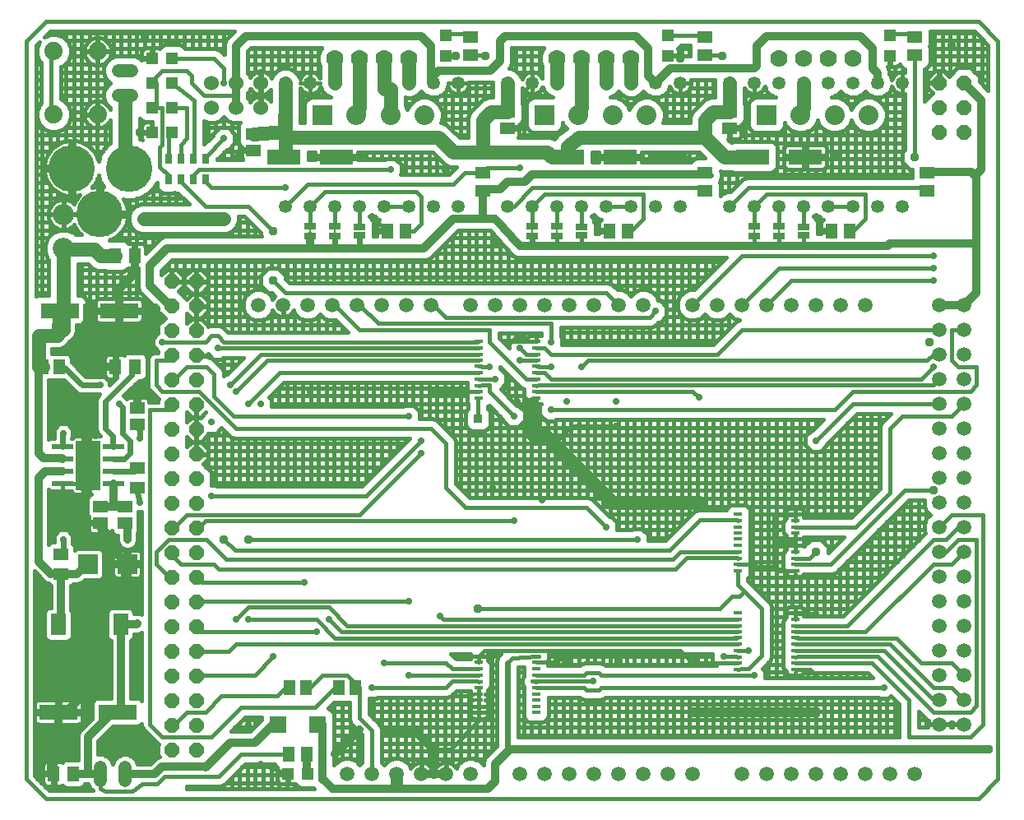
<source format=gtl>
G75*
%MOIN*%
%OFA0B0*%
%FSLAX24Y24*%
%IPPOS*%
%LPD*%
%AMOC8*
5,1,8,0,0,1.08239X$1,22.5*
%
%ADD10C,0.0160*%
%ADD11C,0.0591*%
%ADD12R,0.0472X0.0472*%
%ADD13R,0.0512X0.0591*%
%ADD14C,0.0700*%
%ADD15C,0.0531*%
%ADD16C,0.0600*%
%ADD17R,0.0591X0.0512*%
%ADD18R,0.1378X0.0630*%
%ADD19C,0.1890*%
%ADD20C,0.0540*%
%ADD21R,0.0800X0.0800*%
%ADD22C,0.0800*%
%ADD23C,0.0860*%
%ADD24C,0.0740*%
%ADD25OC8,0.0600*%
%ADD26C,0.0080*%
%ADD27R,0.0500X0.0250*%
%ADD28R,0.0295X0.0433*%
%ADD29R,0.0866X0.0236*%
%ADD30R,0.1000X0.2000*%
%ADD31R,0.0630X0.0512*%
%ADD32R,0.0512X0.0630*%
%ADD33R,0.1575X0.0630*%
%ADD34R,0.0630X0.0866*%
%ADD35R,0.0354X0.0138*%
%ADD36R,0.0787X0.0787*%
%ADD37R,0.0709X0.0669*%
%ADD38OC8,0.0356*%
%ADD39C,0.0560*%
%ADD40OC8,0.0280*%
%ADD41OC8,0.0240*%
%ADD42R,0.0356X0.0356*%
%ADD43C,0.0400*%
%ADD44C,0.0320*%
%ADD45C,0.0240*%
%ADD46C,0.0500*%
D10*
X002786Y002314D02*
X002858Y002314D01*
X002863Y002296D02*
X002886Y002255D01*
X002920Y002221D01*
X002961Y002197D01*
X003007Y002185D01*
X003238Y002185D01*
X003238Y002632D01*
X002850Y002632D01*
X002850Y002341D01*
X002863Y002296D01*
X002944Y002156D02*
X003697Y002156D01*
X003682Y002162D02*
X003770Y002125D01*
X004377Y002125D01*
X004466Y002162D01*
X004533Y002229D01*
X004554Y002280D01*
X004682Y002280D01*
X004748Y002121D01*
X004865Y002003D01*
X004867Y002000D01*
X003100Y002000D01*
X002500Y002600D01*
X002500Y010894D01*
X002947Y010447D01*
X003059Y010401D01*
X003062Y010394D01*
X003129Y010327D01*
X003180Y010306D01*
X003180Y009404D01*
X003117Y009404D01*
X003028Y009368D01*
X002961Y009300D01*
X002924Y009212D01*
X002924Y008250D01*
X002961Y008162D01*
X003028Y008095D01*
X003117Y008058D01*
X003842Y008058D01*
X003930Y008095D01*
X003998Y008162D01*
X004034Y008250D01*
X004034Y009212D01*
X003998Y009300D01*
X003980Y009318D01*
X003980Y010306D01*
X004031Y010327D01*
X004090Y010386D01*
X004202Y010386D01*
X004263Y010381D01*
X004281Y010386D01*
X004300Y010386D01*
X004356Y010410D01*
X004415Y010428D01*
X004429Y010440D01*
X004447Y010447D01*
X004490Y010491D01*
X004557Y010546D01*
X005134Y010546D01*
X005222Y010583D01*
X005290Y010650D01*
X005326Y010739D01*
X005326Y011621D01*
X005290Y011710D01*
X005222Y011777D01*
X005134Y011814D01*
X004251Y011814D01*
X004163Y011777D01*
X004135Y011749D01*
X004135Y011877D01*
X004098Y011966D01*
X004051Y012013D01*
X004060Y012023D01*
X004060Y012337D01*
X003837Y012560D01*
X003523Y012560D01*
X003300Y012337D01*
X003300Y012070D01*
X003217Y012070D01*
X003129Y012033D01*
X003080Y011984D01*
X003080Y014201D01*
X003113Y014168D01*
X003154Y014144D01*
X003200Y014132D01*
X003656Y014132D01*
X003656Y014430D01*
X003656Y014430D01*
X004230Y014430D01*
X004480Y014180D01*
X004680Y014380D01*
X004980Y014380D01*
X004760Y014360D02*
X004600Y014360D01*
X004480Y014380D02*
X004480Y014880D01*
X004480Y014980D01*
X004680Y015180D01*
X004980Y014880D01*
X004480Y015380D01*
X004980Y015880D01*
X004480Y015880D01*
X004480Y016380D01*
X004480Y016880D01*
X004480Y017380D01*
X004480Y017880D01*
X004980Y017880D01*
X004980Y017380D01*
X005020Y017372D02*
X003080Y017372D01*
X003080Y017530D02*
X005020Y017530D01*
X005020Y017689D02*
X003080Y017689D01*
X003080Y017847D02*
X005020Y017847D01*
X005020Y017852D02*
X005020Y016608D01*
X005075Y016476D01*
X005191Y016360D01*
X004760Y016360D01*
X004760Y015260D01*
X004600Y015260D01*
X004600Y016360D01*
X004156Y016360D01*
X004111Y016348D01*
X004069Y016324D01*
X004036Y016291D01*
X004035Y016288D01*
X004026Y016288D01*
X004060Y016323D01*
X004060Y016637D01*
X003837Y016860D01*
X003523Y016860D01*
X003300Y016637D01*
X003300Y016537D01*
X003296Y016528D01*
X003296Y016288D01*
X003176Y016288D01*
X003087Y016252D01*
X003080Y016244D01*
X003080Y018645D01*
X003149Y018645D01*
X003180Y018658D01*
X003211Y018645D01*
X003706Y018645D01*
X004125Y018226D01*
X004226Y018125D01*
X004358Y018070D01*
X005161Y018070D01*
X005075Y017984D01*
X005020Y017852D01*
X005096Y018006D02*
X003080Y018006D01*
X003080Y018164D02*
X004187Y018164D01*
X004028Y018323D02*
X003080Y018323D01*
X003080Y018481D02*
X003870Y018481D01*
X003711Y018640D02*
X003080Y018640D01*
X003515Y019180D02*
X003680Y019180D01*
X004011Y019359D02*
X004011Y019523D01*
X003974Y019611D01*
X003906Y019679D01*
X003818Y019715D01*
X003211Y019715D01*
X003200Y019711D01*
X003200Y019910D01*
X003404Y019910D01*
X003482Y019902D01*
X003507Y019910D01*
X003533Y019910D01*
X003605Y019940D01*
X003680Y019962D01*
X003700Y019979D01*
X003725Y019989D01*
X003780Y020044D01*
X003840Y020093D01*
X003852Y020117D01*
X003871Y020135D01*
X003898Y020200D01*
X003926Y020219D01*
X003975Y020239D01*
X004011Y020276D01*
X004054Y020304D01*
X004083Y020348D01*
X004121Y020385D01*
X004141Y020433D01*
X004169Y020476D01*
X004180Y020528D01*
X004200Y020577D01*
X004200Y020628D01*
X004210Y020678D01*
X004200Y020730D01*
X004200Y020889D01*
X004366Y020889D01*
X004454Y020925D01*
X004521Y020993D01*
X004558Y021081D01*
X004558Y021680D01*
X004965Y021680D01*
X004965Y021521D01*
X005854Y021521D01*
X005854Y021366D01*
X004965Y021366D01*
X004965Y021105D01*
X004977Y021059D01*
X005001Y021018D01*
X005034Y020985D01*
X005075Y020961D01*
X005121Y020949D01*
X005854Y020949D01*
X005854Y021366D01*
X006009Y021366D01*
X006009Y020949D01*
X006743Y020949D01*
X006789Y020961D01*
X006830Y020985D01*
X006863Y021018D01*
X006887Y021059D01*
X006899Y021105D01*
X006899Y021366D01*
X006009Y021366D01*
X006009Y021521D01*
X006899Y021521D01*
X006899Y021680D01*
X007414Y021680D01*
X007526Y021568D01*
X007526Y021413D01*
X007802Y021137D01*
X007526Y020860D01*
X007526Y020535D01*
X007320Y020329D01*
X007320Y020031D01*
X007526Y019825D01*
X007526Y019750D01*
X007366Y019750D01*
X007249Y019701D01*
X007159Y019611D01*
X007110Y019494D01*
X007110Y018366D01*
X007159Y018249D01*
X007249Y018159D01*
X007409Y017999D01*
X007409Y017999D01*
X007499Y017909D01*
X007552Y017887D01*
X007526Y017860D01*
X007526Y017750D01*
X007155Y017750D01*
X007155Y017794D01*
X007143Y017840D01*
X007119Y017881D01*
X007086Y017915D01*
X007045Y017938D01*
X006999Y017951D01*
X006728Y017951D01*
X006728Y017563D01*
X006632Y017563D01*
X006632Y017951D01*
X006361Y017951D01*
X006315Y017938D01*
X006274Y017915D01*
X006241Y017881D01*
X006240Y017879D01*
X006134Y017985D01*
X006134Y017985D01*
X006114Y018005D01*
X006734Y018625D01*
X006877Y018625D01*
X006966Y018662D01*
X007033Y018729D01*
X007070Y018817D01*
X007070Y019543D01*
X007033Y019631D01*
X006966Y019698D01*
X006877Y019735D01*
X006270Y019735D01*
X006182Y019698D01*
X006134Y019650D01*
X006112Y019663D01*
X006066Y019675D01*
X005834Y019675D01*
X005834Y019228D01*
X005738Y019228D01*
X005738Y019132D01*
X005350Y019132D01*
X005350Y018841D01*
X005363Y018796D01*
X005386Y018755D01*
X005420Y018721D01*
X005461Y018697D01*
X005507Y018685D01*
X005738Y018685D01*
X005738Y019132D01*
X005834Y019132D01*
X005834Y018743D01*
X005540Y018449D01*
X005540Y018579D01*
X005485Y018634D01*
X005384Y018735D01*
X005384Y018735D01*
X005329Y018790D01*
X004579Y018790D01*
X004011Y019359D01*
X004011Y019432D02*
X005350Y019432D01*
X005350Y019519D02*
X005350Y019228D01*
X005738Y019228D01*
X005738Y019675D01*
X005507Y019675D01*
X005461Y019663D01*
X005420Y019639D01*
X005386Y019605D01*
X005363Y019564D01*
X005350Y019519D01*
X005378Y019591D02*
X003983Y019591D01*
X004096Y019274D02*
X005350Y019274D01*
X005350Y019115D02*
X004254Y019115D01*
X004413Y018957D02*
X005350Y018957D01*
X005362Y018798D02*
X004571Y018798D01*
X005480Y018640D02*
X005730Y018640D01*
X005738Y018798D02*
X005834Y018798D01*
X005834Y018957D02*
X005738Y018957D01*
X005738Y019115D02*
X005834Y019115D01*
X005834Y019274D02*
X005738Y019274D01*
X005738Y019432D02*
X005834Y019432D01*
X005834Y019591D02*
X005738Y019591D01*
X006430Y019180D02*
X006574Y019180D01*
X007070Y019115D02*
X007110Y019115D01*
X007110Y018957D02*
X007070Y018957D01*
X007062Y018798D02*
X007110Y018798D01*
X007110Y018640D02*
X006912Y018640D01*
X007110Y018481D02*
X006590Y018481D01*
X006432Y018323D02*
X007128Y018323D01*
X007243Y018164D02*
X006273Y018164D01*
X006115Y018006D02*
X007402Y018006D01*
X007526Y017847D02*
X007139Y017847D01*
X007249Y018159D02*
X007249Y018159D01*
X007430Y018430D02*
X007430Y019430D01*
X007930Y019430D01*
X008066Y019637D01*
X007680Y020180D02*
X009430Y020180D01*
X009680Y020430D01*
X009930Y020430D01*
X010180Y020180D01*
X020430Y020180D01*
X020528Y020198D01*
X020528Y019942D02*
X020430Y019930D01*
X009930Y019930D01*
X009638Y019600D02*
X009546Y019600D01*
X009546Y019617D02*
X009086Y019617D01*
X009086Y019657D01*
X009546Y019657D01*
X009546Y019692D01*
X009748Y019490D01*
X010112Y019490D01*
X010152Y019530D01*
X010964Y019530D01*
X010304Y018870D01*
X010248Y018870D01*
X010180Y018802D01*
X010180Y018960D01*
X010394Y018960D01*
X010500Y019066D02*
X010500Y019530D01*
X010180Y019530D02*
X010180Y018802D01*
X010180Y018960D02*
X010119Y019107D01*
X010007Y019219D01*
X009707Y019519D01*
X009560Y019580D01*
X009546Y019580D01*
X009546Y019617D01*
X009540Y019617D02*
X009540Y019657D01*
X009220Y019657D02*
X009220Y019617D01*
X009480Y019180D02*
X008680Y019180D01*
X008180Y018680D01*
X008066Y018637D01*
X007680Y018180D02*
X007430Y018430D01*
X007680Y018180D02*
X009180Y018180D01*
X010680Y016680D01*
X018580Y016680D01*
X019180Y016080D01*
X019180Y014280D01*
X019980Y013480D01*
X024880Y013480D01*
X025680Y012680D01*
X026120Y012580D02*
X026120Y012862D01*
X025862Y013120D01*
X025806Y013120D01*
X025107Y013819D01*
X024960Y013880D01*
X020146Y013880D01*
X019580Y014446D01*
X019580Y016160D01*
X019519Y016307D01*
X019407Y016419D01*
X018807Y017019D01*
X018660Y017080D01*
X018120Y017080D01*
X018120Y017362D01*
X017862Y017620D01*
X017498Y017620D01*
X017458Y017580D01*
X012120Y017580D01*
X012120Y017862D01*
X012024Y017958D01*
X012596Y018530D01*
X020031Y018530D01*
X020031Y018292D01*
X020080Y018174D01*
X020086Y018168D01*
X020080Y018162D01*
X020031Y018045D01*
X020031Y017780D01*
X020080Y017662D01*
X020080Y017489D01*
X020031Y017439D01*
X019982Y017322D01*
X019982Y016838D01*
X020031Y016721D01*
X020121Y016631D01*
X020238Y016582D01*
X020722Y016582D01*
X020839Y016631D01*
X020929Y016721D01*
X020978Y016838D01*
X020978Y017322D01*
X020929Y017439D01*
X020880Y017489D01*
X020880Y017569D01*
X020887Y017572D01*
X020930Y017615D01*
X021490Y017054D01*
X021490Y016998D01*
X021748Y016740D01*
X022112Y016740D01*
X022370Y016998D01*
X022370Y017362D01*
X022112Y017620D01*
X022056Y017620D01*
X021399Y018277D01*
X021620Y018498D01*
X021620Y018862D01*
X021370Y019112D01*
X021370Y019174D01*
X022203Y018341D01*
X022334Y018287D01*
X022334Y018036D01*
X022383Y017918D01*
X022473Y017828D01*
X022474Y017827D01*
X022474Y017820D01*
X022487Y017774D01*
X022510Y017733D01*
X022544Y017699D01*
X022585Y017676D01*
X022631Y017663D01*
X022832Y017663D01*
X023032Y017663D01*
X023044Y017667D01*
X022990Y017612D01*
X022990Y017248D01*
X023248Y016990D01*
X023612Y016990D01*
X023652Y017030D01*
X034464Y017030D01*
X034054Y016620D01*
X033998Y016620D01*
X033740Y016362D01*
X033740Y015998D01*
X033998Y015740D01*
X034362Y015740D01*
X034620Y015998D01*
X034620Y016054D01*
X035846Y017280D01*
X037214Y017280D01*
X036841Y016907D01*
X036780Y016760D01*
X036780Y014246D01*
X035620Y013086D01*
X033684Y013086D01*
X033689Y013105D01*
X033689Y013198D01*
X033689Y013290D01*
X033676Y013336D01*
X033653Y013377D01*
X033619Y013411D01*
X033578Y013434D01*
X033532Y013447D01*
X033332Y013447D01*
X033332Y013198D01*
X033689Y013198D01*
X033332Y013198D01*
X033332Y013198D01*
X033332Y013198D01*
X033314Y013180D01*
X032580Y013180D01*
X032480Y013080D01*
X032480Y012080D01*
X033280Y012080D01*
X033332Y012132D01*
X033332Y012448D01*
X033332Y012192D01*
X033689Y012192D01*
X033689Y012284D01*
X033688Y012286D01*
X035320Y012286D01*
X034678Y011644D01*
X034678Y011886D01*
X034386Y012178D01*
X033974Y012178D01*
X033689Y011893D01*
X033689Y011936D01*
X033689Y012029D01*
X033679Y012064D01*
X033689Y012099D01*
X033689Y012192D01*
X033332Y012192D01*
X033332Y012192D01*
X033332Y011936D01*
X033689Y011936D01*
X033332Y011936D01*
X033332Y011936D01*
X033332Y011680D01*
X033332Y011936D02*
X032974Y011936D01*
X033332Y011936D01*
X033332Y011936D01*
X033220Y011936D02*
X033220Y011936D01*
X032974Y011936D02*
X032974Y011843D01*
X032984Y011808D01*
X032974Y011773D01*
X032974Y011765D01*
X032973Y011764D01*
X032883Y011674D01*
X032834Y011557D01*
X032834Y011036D01*
X032883Y010918D01*
X032973Y010828D01*
X032974Y010827D01*
X032974Y010820D01*
X032987Y010774D01*
X033010Y010733D01*
X033044Y010699D01*
X033085Y010676D01*
X033131Y010663D01*
X033332Y010663D01*
X033532Y010663D01*
X033578Y010676D01*
X033619Y010699D01*
X033653Y010733D01*
X033673Y010768D01*
X034848Y010768D01*
X034995Y010829D01*
X037946Y013780D01*
X038565Y013780D01*
X038565Y013558D01*
X038658Y013331D01*
X038810Y013180D01*
X038658Y013029D01*
X038565Y012802D01*
X038565Y012558D01*
X038617Y012432D01*
X035264Y009080D01*
X033682Y009080D01*
X033689Y009105D01*
X033689Y009198D01*
X033689Y009290D01*
X033676Y009336D01*
X033653Y009377D01*
X033619Y009411D01*
X033578Y009434D01*
X033532Y009447D01*
X033332Y009447D01*
X033332Y009198D01*
X033689Y009198D01*
X033332Y009198D01*
X033332Y009198D01*
X033332Y009198D01*
X033349Y009180D01*
X033349Y008960D01*
X033332Y008942D01*
X033349Y009180D02*
X034180Y009180D01*
X034180Y009080D02*
X034180Y010768D01*
X033860Y010768D02*
X033860Y009080D01*
X033540Y009198D02*
X033540Y009198D01*
X033663Y009360D02*
X035544Y009360D01*
X035460Y009276D02*
X035460Y011294D01*
X035446Y011280D02*
X037464Y011280D01*
X037380Y011196D02*
X037380Y013214D01*
X037366Y013200D02*
X038790Y013200D01*
X038660Y013330D02*
X038660Y013030D01*
X038597Y012880D02*
X037046Y012880D01*
X037060Y012894D02*
X037060Y010876D01*
X037144Y010960D02*
X035126Y010960D01*
X035140Y010974D02*
X035140Y009080D01*
X034820Y009080D02*
X034820Y010768D01*
X034500Y010768D02*
X034500Y009080D01*
X035430Y008680D02*
X038930Y012180D01*
X039430Y012180D01*
X039930Y012680D01*
X040180Y012680D01*
X039680Y013180D02*
X039180Y012680D01*
X038565Y012560D02*
X036726Y012560D01*
X036740Y012574D02*
X036740Y010556D01*
X036824Y010640D02*
X031455Y010640D01*
X031477Y010662D02*
X031526Y010780D01*
X031526Y011045D01*
X031477Y011162D01*
X031471Y011168D01*
X031477Y011174D01*
X031526Y011292D01*
X031526Y013330D01*
X031477Y013448D01*
X031387Y013538D01*
X031269Y013587D01*
X030788Y013587D01*
X030670Y013538D01*
X030580Y013448D01*
X030552Y013380D01*
X029400Y013380D01*
X029253Y013319D01*
X029141Y013207D01*
X028064Y012130D01*
X027370Y012130D01*
X027370Y012362D01*
X027112Y012620D01*
X026748Y012620D01*
X026708Y012580D01*
X026120Y012580D01*
X026180Y012580D02*
X026180Y017030D01*
X026080Y016780D02*
X024580Y016780D01*
X024280Y016780D01*
X023555Y016055D01*
X023620Y016998D02*
X023620Y013880D01*
X023300Y013880D02*
X023300Y016990D01*
X023198Y017040D02*
X022370Y017040D01*
X022340Y016968D02*
X022340Y013880D01*
X022020Y013880D02*
X022020Y016740D01*
X021700Y016788D02*
X021700Y013880D01*
X021380Y013880D02*
X021380Y017164D01*
X021490Y017040D02*
X020978Y017040D01*
X020962Y017360D02*
X021184Y017360D01*
X021060Y017484D02*
X021060Y013880D01*
X020740Y013880D02*
X020740Y016589D01*
X020929Y016720D02*
X034154Y016720D01*
X034180Y016746D02*
X034180Y017030D01*
X033860Y017030D02*
X033860Y016482D01*
X033778Y016400D02*
X019426Y016400D01*
X019460Y016366D02*
X019460Y018530D01*
X019140Y018530D02*
X019140Y016686D01*
X019106Y016720D02*
X020031Y016720D01*
X020100Y016651D02*
X020100Y013926D01*
X020420Y013880D02*
X020420Y016582D01*
X020480Y017080D02*
X020480Y017864D01*
X020528Y017912D01*
X020528Y018168D02*
X018692Y018168D01*
X018680Y018180D01*
X018820Y018530D02*
X018820Y017006D01*
X018756Y017040D02*
X019982Y017040D01*
X019998Y017360D02*
X018120Y017360D01*
X018180Y017080D02*
X018180Y018530D01*
X017860Y018530D02*
X017860Y017620D01*
X017540Y017620D02*
X017540Y018530D01*
X017220Y018530D02*
X017220Y017580D01*
X016900Y017580D02*
X016900Y018530D01*
X016580Y018530D02*
X016580Y017580D01*
X016260Y017580D02*
X016260Y018530D01*
X015940Y018530D02*
X015940Y017580D01*
X015620Y017580D02*
X015620Y018530D01*
X015300Y018530D02*
X015300Y017580D01*
X014980Y017580D02*
X014980Y018530D01*
X014660Y018530D02*
X014660Y017580D01*
X014340Y017580D02*
X014340Y018530D01*
X014020Y018530D02*
X014020Y017580D01*
X013700Y017580D02*
X013700Y018530D01*
X013380Y018530D02*
X013380Y017580D01*
X013060Y017580D02*
X013060Y018530D01*
X012740Y018530D02*
X012740Y017580D01*
X012420Y017580D02*
X012420Y018354D01*
X012386Y018320D02*
X020031Y018320D01*
X020031Y018000D02*
X012066Y018000D01*
X012100Y018034D02*
X012100Y017882D01*
X012120Y017680D02*
X020073Y017680D01*
X020080Y017662D02*
X020080Y017662D01*
X020528Y018424D02*
X020680Y018430D01*
X020930Y018430D01*
X020930Y018180D01*
X021930Y017180D01*
X022340Y017392D02*
X022340Y018022D01*
X022349Y018000D02*
X021676Y018000D01*
X021700Y017976D02*
X021700Y018844D01*
X021584Y018960D02*
X021522Y018960D01*
X021380Y019102D02*
X021380Y019164D01*
X020930Y019180D02*
X020680Y019180D01*
X020528Y019192D01*
X020528Y019448D02*
X020430Y019430D01*
X011930Y019430D01*
X010680Y018180D01*
X010430Y018430D02*
X011680Y019680D01*
X020430Y019680D01*
X020528Y019686D01*
X020930Y020180D02*
X020930Y020680D01*
X015680Y020680D01*
X014680Y021680D01*
X014580Y021680D01*
X014080Y021310D02*
X014231Y021158D01*
X014458Y021065D01*
X014702Y021065D01*
X014722Y021073D01*
X015214Y020580D01*
X010346Y020580D01*
X010269Y020657D01*
X010157Y020769D01*
X010010Y020830D01*
X009600Y020830D01*
X009546Y020807D01*
X009546Y020836D01*
X009265Y021117D01*
X009086Y021117D01*
X009086Y020657D01*
X009046Y020657D01*
X009046Y021117D01*
X008867Y021117D01*
X008680Y020930D01*
X008680Y021344D01*
X008867Y021157D01*
X009046Y021157D01*
X009046Y021617D01*
X009086Y021617D01*
X009086Y021657D01*
X009046Y021657D01*
X009046Y022117D01*
X008867Y022117D01*
X008665Y021915D01*
X008344Y022236D01*
X008546Y022438D01*
X008546Y022617D01*
X008086Y022617D01*
X008086Y022657D01*
X008046Y022657D01*
X008046Y023117D01*
X007867Y023117D01*
X007660Y022910D01*
X007660Y023081D01*
X008079Y023500D01*
X018375Y023500D01*
X018552Y023573D01*
X018687Y023708D01*
X019679Y024700D01*
X020968Y024700D01*
X021769Y023819D01*
X021773Y023808D01*
X021833Y023749D01*
X021889Y023686D01*
X021900Y023681D01*
X021908Y023673D01*
X021986Y023641D01*
X022062Y023605D01*
X022074Y023605D01*
X022085Y023600D01*
X022169Y023600D01*
X022253Y023596D01*
X022264Y023600D01*
X030534Y023600D01*
X029230Y022295D01*
X029058Y022295D01*
X028831Y022202D01*
X028658Y022029D01*
X028565Y021802D01*
X028565Y021558D01*
X028658Y021331D01*
X028831Y021158D01*
X029058Y021065D01*
X029302Y021065D01*
X029529Y021158D01*
X029680Y021310D01*
X029831Y021158D01*
X030058Y021065D01*
X030302Y021065D01*
X030529Y021158D01*
X030680Y021310D01*
X030831Y021158D01*
X031058Y021065D01*
X031064Y021065D01*
X030953Y021019D01*
X030014Y020080D01*
X023870Y020080D01*
X023870Y020362D01*
X023830Y020402D01*
X023830Y020780D01*
X027510Y020780D01*
X027657Y020841D01*
X027769Y020953D01*
X027806Y020990D01*
X027862Y020990D01*
X028120Y021248D01*
X028120Y021612D01*
X027862Y021870D01*
X027767Y021870D01*
X027702Y022029D01*
X027529Y022202D01*
X027302Y022295D01*
X027058Y022295D01*
X026831Y022202D01*
X026680Y022050D01*
X026529Y022202D01*
X026302Y022295D01*
X026130Y022295D01*
X025907Y022519D01*
X025760Y022580D01*
X012846Y022580D01*
X012678Y022748D01*
X012678Y022886D01*
X012386Y023178D01*
X011974Y023178D01*
X011682Y022886D01*
X011682Y022474D01*
X011974Y022182D01*
X012112Y022182D01*
X012261Y022033D01*
X012217Y021990D01*
X012174Y021929D01*
X012157Y021896D01*
X012102Y022029D01*
X011929Y022202D01*
X011702Y022295D01*
X011458Y022295D01*
X011231Y022202D01*
X011058Y022029D01*
X010965Y021802D01*
X010965Y021558D01*
X011058Y021331D01*
X011231Y021158D01*
X011458Y021065D01*
X011702Y021065D01*
X011929Y021158D01*
X012102Y021331D01*
X012157Y021464D01*
X012174Y021431D01*
X012217Y021370D01*
X012270Y021317D01*
X012331Y021274D01*
X012398Y021240D01*
X012469Y021216D01*
X012543Y021205D01*
X012562Y021205D01*
X012562Y021662D01*
X012598Y021662D01*
X012598Y021205D01*
X012617Y021205D01*
X012691Y021216D01*
X012762Y021240D01*
X012829Y021274D01*
X012890Y021317D01*
X012943Y021370D01*
X012986Y021431D01*
X013003Y021464D01*
X013058Y021331D01*
X013231Y021158D01*
X013458Y021065D01*
X013702Y021065D01*
X013929Y021158D01*
X014080Y021310D01*
X014020Y021250D02*
X014020Y020580D01*
X014340Y020580D02*
X014340Y021113D01*
X014190Y021200D02*
X013970Y021200D01*
X013700Y021065D02*
X013700Y020580D01*
X013380Y020580D02*
X013380Y021097D01*
X013190Y021200D02*
X011970Y021200D01*
X012100Y021330D02*
X012100Y020580D01*
X011780Y020580D02*
X011780Y021097D01*
X011460Y021065D02*
X011460Y020580D01*
X011140Y020580D02*
X011140Y021250D01*
X011190Y021200D02*
X009308Y021200D01*
X009265Y021157D02*
X009546Y021438D01*
X009546Y021617D01*
X009086Y021617D01*
X009086Y021157D01*
X009265Y021157D01*
X009220Y021157D02*
X009220Y021117D01*
X009086Y021200D02*
X009046Y021200D01*
X008900Y021157D02*
X008900Y021117D01*
X008824Y021200D02*
X008680Y021200D01*
X009046Y020880D02*
X009086Y020880D01*
X009501Y020880D02*
X014914Y020880D01*
X014980Y020814D02*
X014980Y020580D01*
X014660Y020580D02*
X014660Y021065D01*
X015580Y021680D02*
X015680Y021680D01*
X016430Y020930D01*
X023430Y020930D01*
X023430Y020180D01*
X023180Y019930D02*
X023430Y019680D01*
X030180Y019680D01*
X031180Y020680D01*
X039180Y020680D01*
X039680Y020680D02*
X040180Y020680D01*
X039680Y020680D02*
X039680Y019430D01*
X039930Y019180D01*
X040680Y019180D01*
X040680Y018430D01*
X040430Y018180D01*
X035680Y018180D01*
X034930Y017430D01*
X023430Y017430D01*
X022990Y017360D02*
X022370Y017360D01*
X022577Y017680D02*
X021996Y017680D01*
X022020Y017656D02*
X022020Y018524D01*
X021904Y018640D02*
X021620Y018640D01*
X021442Y018320D02*
X022254Y018320D01*
X022430Y018680D02*
X020930Y020180D01*
X021330Y020346D02*
X021330Y020530D01*
X023030Y020530D01*
X023030Y020447D01*
X022832Y020447D01*
X022832Y020345D01*
X022832Y020345D01*
X022832Y020447D01*
X022631Y020447D01*
X022585Y020434D01*
X022544Y020411D01*
X022510Y020377D01*
X022487Y020336D01*
X022474Y020290D01*
X022474Y020283D01*
X022473Y020282D01*
X022462Y020271D01*
X022362Y020370D01*
X021998Y020370D01*
X021740Y020112D01*
X021740Y019936D01*
X021330Y020346D01*
X021380Y020296D02*
X021380Y020530D01*
X021436Y020240D02*
X021868Y020240D01*
X021698Y020198D02*
X021680Y020180D01*
X021698Y020198D02*
X022832Y020198D01*
X022832Y019942D02*
X022930Y019930D01*
X023180Y019930D01*
X022832Y019686D02*
X022680Y019680D01*
X022430Y019680D01*
X022180Y019930D01*
X022020Y020370D02*
X022020Y020530D01*
X021700Y020530D02*
X021700Y019976D01*
X022340Y020370D02*
X022340Y020530D01*
X022660Y020530D02*
X022660Y020447D01*
X022980Y020447D02*
X022980Y020530D01*
X023830Y020560D02*
X030494Y020560D01*
X030340Y020406D02*
X030340Y021080D01*
X030570Y021200D02*
X030790Y021200D01*
X030660Y021290D02*
X030660Y020726D01*
X030814Y020880D02*
X027696Y020880D01*
X027780Y020964D02*
X027780Y020080D01*
X027460Y020080D02*
X027460Y020780D01*
X027140Y020780D02*
X027140Y020080D01*
X026820Y020080D02*
X026820Y020780D01*
X026500Y020780D02*
X026500Y020080D01*
X026180Y020080D02*
X026180Y020780D01*
X025860Y020780D02*
X025860Y020080D01*
X025540Y020080D02*
X025540Y020780D01*
X025220Y020780D02*
X025220Y020080D01*
X024900Y020080D02*
X024900Y020780D01*
X024580Y020780D02*
X024580Y020080D01*
X024260Y020080D02*
X024260Y020780D01*
X023940Y020780D02*
X023940Y020080D01*
X023870Y020240D02*
X030174Y020240D01*
X030020Y020086D02*
X030020Y021080D01*
X029790Y021200D02*
X029570Y021200D01*
X029700Y021290D02*
X029700Y020080D01*
X029380Y020080D02*
X029380Y021097D01*
X029060Y021065D02*
X029060Y020080D01*
X028740Y020080D02*
X028740Y021250D01*
X028790Y021200D02*
X028072Y021200D01*
X028100Y021228D02*
X028100Y020080D01*
X028420Y020080D02*
X028420Y023600D01*
X028740Y023600D02*
X028740Y022110D01*
X028790Y022160D02*
X027570Y022160D01*
X027460Y022230D02*
X027460Y023600D01*
X027140Y023600D02*
X027140Y022295D01*
X026820Y022190D02*
X026820Y023600D01*
X026500Y023600D02*
X026500Y022213D01*
X026570Y022160D02*
X026790Y022160D01*
X026180Y022295D02*
X026180Y023600D01*
X025860Y023600D02*
X025860Y022538D01*
X025946Y022480D02*
X029414Y022480D01*
X029380Y022446D02*
X029380Y023600D01*
X029060Y023600D02*
X029060Y022295D01*
X029180Y021680D02*
X031180Y023680D01*
X038930Y023680D01*
X038930Y023180D02*
X032680Y023180D01*
X031180Y021680D01*
X030980Y021097D02*
X030980Y021030D01*
X032180Y021680D02*
X033180Y022680D01*
X038930Y022680D01*
X036180Y025180D02*
X036180Y026180D01*
X032180Y026180D01*
X031680Y025680D01*
X031680Y024880D01*
X031680Y024480D02*
X031680Y024080D01*
X032680Y024080D02*
X032680Y024480D01*
X032680Y024880D02*
X032680Y025680D01*
X033680Y025680D02*
X033680Y024857D01*
X033680Y024503D02*
X033680Y024080D01*
X034250Y024560D02*
X034250Y024669D01*
X034250Y025046D01*
X034201Y025163D01*
X034111Y025253D01*
X034090Y025262D01*
X034177Y025348D01*
X034180Y025356D01*
X034180Y025185D01*
X034250Y025040D02*
X034381Y025040D01*
X034382Y025045D02*
X034370Y024999D01*
X034370Y024728D01*
X034758Y024728D01*
X034758Y024632D01*
X034370Y024632D01*
X034370Y024560D01*
X034250Y024560D01*
X034250Y024720D02*
X034758Y024720D01*
X034500Y024728D02*
X034500Y024632D01*
X034382Y025045D02*
X034406Y025086D01*
X034440Y025119D01*
X034466Y025135D01*
X034348Y025183D01*
X034183Y025348D01*
X034180Y025356D01*
X034680Y025680D02*
X035680Y025680D01*
X036180Y025180D02*
X035680Y024680D01*
X035554Y024680D01*
X035460Y026830D02*
X035460Y028886D01*
X035454Y028880D02*
X035796Y028880D01*
X035780Y028896D02*
X035780Y026830D01*
X036100Y026830D02*
X036100Y028689D01*
X036171Y028660D02*
X036457Y028660D01*
X036722Y028770D01*
X036924Y028972D01*
X037034Y029237D01*
X037034Y029523D01*
X036924Y029788D01*
X036722Y029990D01*
X036457Y030100D01*
X036171Y030100D01*
X035906Y029990D01*
X035703Y029788D01*
X035625Y029598D01*
X035546Y029788D01*
X035344Y029990D01*
X035079Y030100D01*
X034810Y030100D01*
X035012Y030183D01*
X035177Y030348D01*
X035180Y030356D01*
X035183Y030348D01*
X035348Y030183D01*
X035563Y030094D01*
X035797Y030094D01*
X036012Y030183D01*
X036177Y030348D01*
X036180Y030356D01*
X036183Y030348D01*
X036348Y030183D01*
X036563Y030094D01*
X036797Y030094D01*
X037012Y030183D01*
X037177Y030348D01*
X037256Y030541D01*
X037267Y030509D01*
X037299Y030446D01*
X037340Y030390D01*
X037390Y030340D01*
X037446Y030299D01*
X037509Y030267D01*
X037576Y030245D01*
X037645Y030234D01*
X037671Y030234D01*
X037671Y030671D01*
X037689Y030671D01*
X037689Y030234D01*
X037715Y030234D01*
X037780Y030245D01*
X037780Y027984D01*
X037682Y027886D01*
X037682Y027474D01*
X037974Y027182D01*
X038065Y027182D01*
X038065Y026830D01*
X031350Y026830D01*
X031203Y026769D01*
X030700Y026266D01*
X030563Y026266D01*
X030348Y026177D01*
X030295Y026124D01*
X030295Y026626D01*
X030273Y026680D01*
X030295Y026734D01*
X030295Y026767D01*
X030330Y026850D01*
X030330Y027010D01*
X030295Y027093D01*
X030295Y027107D01*
X030361Y027080D01*
X030780Y027080D01*
X030864Y027045D01*
X032370Y027045D01*
X032487Y027094D01*
X032577Y027184D01*
X032626Y027301D01*
X032626Y028059D01*
X032577Y028176D01*
X032487Y028266D01*
X032370Y028315D01*
X030864Y028315D01*
X030780Y028280D01*
X030729Y028280D01*
X030599Y028409D01*
X030632Y028409D01*
X030632Y028797D01*
X030728Y028797D01*
X030728Y028409D01*
X030999Y028409D01*
X031045Y028422D01*
X031086Y028445D01*
X031119Y028479D01*
X031143Y028520D01*
X031155Y028566D01*
X031155Y028797D01*
X030728Y028797D01*
X030728Y028893D01*
X031155Y028893D01*
X031155Y028987D01*
X031157Y028987D01*
X031247Y029077D01*
X031295Y029195D01*
X031295Y029834D01*
X031280Y029871D01*
X031280Y030483D01*
X031299Y030446D01*
X031340Y030390D01*
X031390Y030340D01*
X031446Y030299D01*
X031509Y030267D01*
X031576Y030245D01*
X031645Y030234D01*
X031671Y030234D01*
X031671Y030671D01*
X031689Y030671D01*
X031689Y030234D01*
X031715Y030234D01*
X031784Y030245D01*
X031851Y030267D01*
X031914Y030299D01*
X031970Y030340D01*
X032020Y030390D01*
X032061Y030446D01*
X032093Y030509D01*
X032104Y030541D01*
X032183Y030348D01*
X032348Y030183D01*
X032550Y030100D01*
X031716Y030100D01*
X031599Y030051D01*
X031509Y029961D01*
X031460Y029844D01*
X031460Y028916D01*
X031509Y028799D01*
X031599Y028709D01*
X031716Y028660D01*
X032644Y028660D01*
X032761Y028709D01*
X032851Y028799D01*
X032900Y028916D01*
X032900Y029087D01*
X032948Y028972D01*
X033150Y028770D01*
X033415Y028660D01*
X033701Y028660D01*
X033966Y028770D01*
X034168Y028972D01*
X034247Y029162D01*
X034326Y028972D01*
X034528Y028770D01*
X034793Y028660D01*
X035079Y028660D01*
X035344Y028770D01*
X035546Y028972D01*
X035625Y029162D01*
X035703Y028972D01*
X035906Y028770D01*
X036171Y028660D01*
X036420Y028660D02*
X036420Y026830D01*
X036740Y026830D02*
X036740Y028788D01*
X036832Y028880D02*
X037780Y028880D01*
X037780Y028560D02*
X031154Y028560D01*
X030980Y028409D02*
X030980Y028315D01*
X031300Y028315D02*
X031300Y030445D01*
X031282Y030480D02*
X031280Y030480D01*
X031280Y030160D02*
X032405Y030160D01*
X032260Y030100D02*
X032260Y030272D01*
X032129Y030480D02*
X032078Y030480D01*
X031940Y030318D02*
X031940Y030100D01*
X031620Y030060D02*
X031620Y030238D01*
X031671Y030480D02*
X031689Y030480D01*
X031460Y029840D02*
X031293Y029840D01*
X031295Y029520D02*
X031460Y029520D01*
X031460Y029200D02*
X031295Y029200D01*
X031475Y028880D02*
X030728Y028880D01*
X030660Y028797D02*
X030660Y028349D01*
X030632Y028560D02*
X030728Y028560D01*
X030980Y028797D02*
X030980Y028893D01*
X031620Y028700D02*
X031620Y028315D01*
X031940Y028315D02*
X031940Y028660D01*
X032260Y028660D02*
X032260Y028315D01*
X032513Y028240D02*
X037780Y028240D01*
X037716Y027920D02*
X034612Y027920D01*
X034612Y028019D02*
X034600Y028064D01*
X034576Y028105D01*
X034542Y028139D01*
X034501Y028163D01*
X034456Y028175D01*
X033820Y028175D01*
X033820Y027757D01*
X033666Y027757D01*
X033666Y027603D01*
X032874Y027603D01*
X032874Y027341D01*
X032886Y027296D01*
X032910Y027255D01*
X032943Y027221D01*
X032985Y027197D01*
X033030Y027185D01*
X033666Y027185D01*
X033666Y027603D01*
X033820Y027603D01*
X033820Y027757D01*
X034612Y027757D01*
X034612Y028019D01*
X034500Y028163D02*
X034500Y028798D01*
X034418Y028880D02*
X034076Y028880D01*
X034180Y029000D02*
X034180Y028175D01*
X033860Y028175D02*
X033860Y028726D01*
X033540Y028660D02*
X033540Y028175D01*
X033666Y028175D02*
X033030Y028175D01*
X032985Y028163D01*
X032943Y028139D01*
X032910Y028105D01*
X032886Y028064D01*
X032874Y028019D01*
X032874Y027757D01*
X033666Y027757D01*
X033666Y028175D01*
X033666Y027920D02*
X033820Y027920D01*
X033860Y027757D02*
X033860Y027603D01*
X033820Y027603D02*
X034612Y027603D01*
X034612Y027341D01*
X034600Y027296D01*
X034576Y027255D01*
X034542Y027221D01*
X034501Y027197D01*
X034456Y027185D01*
X033820Y027185D01*
X033820Y027603D01*
X033820Y027600D02*
X033666Y027600D01*
X033540Y027603D02*
X033540Y027757D01*
X033220Y027757D02*
X033220Y027603D01*
X032900Y027603D02*
X032900Y027757D01*
X032874Y027600D02*
X032626Y027600D01*
X032626Y027920D02*
X032874Y027920D01*
X032900Y028088D02*
X032900Y029087D01*
X032885Y028880D02*
X033040Y028880D01*
X033220Y028741D02*
X033220Y028175D01*
X032580Y028170D02*
X032580Y028660D01*
X032617Y027280D02*
X032895Y027280D01*
X032900Y027272D02*
X032900Y026830D01*
X032580Y026830D02*
X032580Y027190D01*
X032260Y027045D02*
X032260Y026830D01*
X031940Y026830D02*
X031940Y027045D01*
X031620Y027045D02*
X031620Y026830D01*
X031300Y026809D02*
X031300Y027045D01*
X030980Y027045D02*
X030980Y026546D01*
X031074Y026640D02*
X030289Y026640D01*
X030295Y026320D02*
X030754Y026320D01*
X030660Y026266D02*
X030660Y027080D01*
X030340Y027089D02*
X030340Y026168D01*
X029680Y026306D02*
X029680Y026430D01*
X022680Y026430D01*
X021930Y025680D01*
X021680Y025680D01*
X022680Y025680D02*
X022680Y024880D01*
X022680Y025680D02*
X023180Y026180D01*
X027180Y026180D01*
X027180Y025180D01*
X026680Y024680D01*
X026554Y024680D01*
X025758Y024720D02*
X025250Y024720D01*
X025250Y024669D02*
X025250Y024560D01*
X025370Y024560D01*
X025370Y024632D01*
X025758Y024632D01*
X025758Y024728D01*
X025370Y024728D01*
X025370Y024999D01*
X025382Y025045D01*
X025406Y025086D01*
X025440Y025119D01*
X025466Y025135D01*
X025348Y025183D01*
X025183Y025348D01*
X025180Y025356D01*
X025177Y025348D01*
X025090Y025262D01*
X025111Y025253D01*
X025201Y025163D01*
X025250Y025046D01*
X025250Y024669D01*
X025540Y024632D02*
X025540Y024728D01*
X025381Y025040D02*
X025250Y025040D01*
X025220Y025118D02*
X025220Y025312D01*
X025680Y025680D02*
X026680Y025680D01*
X024680Y025680D02*
X024680Y024857D01*
X024680Y024503D02*
X024680Y024080D01*
X024580Y023600D02*
X024580Y022580D01*
X024900Y022580D02*
X024900Y023600D01*
X025220Y023600D02*
X025220Y022580D01*
X025540Y022580D02*
X025540Y023600D01*
X024260Y023600D02*
X024260Y022580D01*
X023940Y022580D02*
X023940Y023600D01*
X023620Y023600D02*
X023620Y022580D01*
X023300Y022580D02*
X023300Y023600D01*
X022980Y023600D02*
X022980Y022580D01*
X022660Y022580D02*
X022660Y023600D01*
X022340Y023600D02*
X022340Y022580D01*
X022020Y022580D02*
X022020Y023625D01*
X021821Y023760D02*
X018739Y023760D01*
X018820Y023841D02*
X018820Y022580D01*
X018500Y022580D02*
X018500Y023552D01*
X018180Y023500D02*
X018180Y022580D01*
X017860Y022580D02*
X017860Y023500D01*
X017540Y023500D02*
X017540Y022580D01*
X017220Y022580D02*
X017220Y023500D01*
X016900Y023500D02*
X016900Y022580D01*
X016580Y022580D02*
X016580Y023500D01*
X016260Y023500D02*
X016260Y022580D01*
X015940Y022580D02*
X015940Y023500D01*
X015620Y023500D02*
X015620Y022580D01*
X015300Y022580D02*
X015300Y023500D01*
X014980Y023500D02*
X014980Y022580D01*
X014660Y022580D02*
X014660Y023500D01*
X014340Y023500D02*
X014340Y022580D01*
X014020Y022580D02*
X014020Y023500D01*
X013700Y023500D02*
X013700Y022580D01*
X013380Y022580D02*
X013380Y023500D01*
X013060Y023500D02*
X013060Y022580D01*
X012740Y022686D02*
X012740Y023500D01*
X012420Y023500D02*
X012420Y023144D01*
X012444Y023120D02*
X030054Y023120D01*
X030020Y023086D02*
X030020Y023600D01*
X029700Y023600D02*
X029700Y022766D01*
X029734Y022800D02*
X012678Y022800D01*
X012180Y022680D02*
X012680Y022180D01*
X025680Y022180D01*
X026180Y021680D01*
X027430Y021180D02*
X019180Y021180D01*
X018680Y021680D01*
X018580Y021680D01*
X019140Y022580D02*
X019140Y024161D01*
X019059Y024080D02*
X021531Y024080D01*
X021380Y024246D02*
X021380Y022580D01*
X021060Y022580D02*
X021060Y024598D01*
X021240Y024400D02*
X019379Y024400D01*
X019460Y024481D02*
X019460Y022580D01*
X019780Y022580D02*
X019780Y024700D01*
X020100Y024700D02*
X020100Y022580D01*
X020420Y022580D02*
X020420Y024700D01*
X020740Y024700D02*
X020740Y022580D01*
X021700Y022580D02*
X021700Y023894D01*
X023680Y024080D02*
X023680Y024480D01*
X023680Y024880D02*
X023680Y025680D01*
X022180Y027230D02*
X020856Y027230D01*
X020680Y027054D01*
X019954Y027054D01*
X019480Y026580D01*
X013580Y026580D01*
X012680Y025680D01*
X012680Y026430D02*
X009680Y026430D01*
X009430Y026680D01*
X009430Y026759D01*
X009180Y027180D02*
X016930Y027180D01*
X017220Y027512D02*
X017220Y027880D01*
X017112Y027620D02*
X016748Y027620D01*
X016708Y027580D01*
X015612Y027580D01*
X015612Y027603D01*
X014820Y027603D01*
X014820Y027757D01*
X015612Y027757D01*
X015612Y027880D01*
X018631Y027880D01*
X019140Y027371D01*
X019361Y027280D01*
X017370Y027280D01*
X017370Y027362D02*
X017112Y027620D01*
X017132Y027600D02*
X018911Y027600D01*
X018820Y027691D02*
X018820Y026980D01*
X019140Y026980D02*
X019140Y027371D01*
X019361Y027280D02*
X019614Y027280D01*
X019314Y026980D01*
X017352Y026980D01*
X017370Y026998D01*
X017370Y027362D01*
X017540Y026980D02*
X017540Y027880D01*
X017860Y027880D02*
X017860Y026980D01*
X018180Y026980D02*
X018180Y027880D01*
X018500Y027880D02*
X018500Y026980D01*
X017980Y026280D02*
X014280Y026280D01*
X013680Y025680D01*
X013680Y024880D01*
X014680Y024880D02*
X014680Y025680D01*
X015680Y025680D02*
X015680Y024857D01*
X015680Y024503D02*
X015680Y024430D01*
X016250Y024460D02*
X016250Y024669D01*
X016250Y025046D01*
X016201Y025163D01*
X016111Y025253D01*
X016090Y025262D01*
X016177Y025348D01*
X016180Y025356D01*
X016183Y025348D01*
X016348Y025183D01*
X016466Y025135D01*
X016440Y025119D01*
X016406Y025086D01*
X016382Y025045D01*
X016370Y024999D01*
X016370Y024728D01*
X016758Y024728D01*
X016758Y024632D01*
X016370Y024632D01*
X016370Y024460D01*
X016250Y024460D01*
X016260Y024460D02*
X016260Y025272D01*
X016280Y025180D02*
X016806Y024680D01*
X016758Y024720D02*
X016250Y024720D01*
X016250Y025040D02*
X016381Y025040D01*
X016580Y024728D02*
X016580Y024632D01*
X017554Y024680D02*
X017880Y024680D01*
X018180Y024980D01*
X018180Y026080D01*
X017980Y026280D01*
X017680Y025680D02*
X016680Y025680D01*
X014703Y024503D02*
X014680Y024480D01*
X012180Y024680D02*
X011180Y025680D01*
X009430Y025680D01*
X008430Y026680D01*
X008430Y026759D01*
X007930Y026759D02*
X007930Y026930D01*
X007580Y027280D01*
X007580Y028080D01*
X007680Y028180D01*
X007680Y029680D01*
X007430Y029680D01*
X007267Y029680D01*
X007430Y029680D02*
X007430Y030680D01*
X007267Y030680D01*
X007180Y030680D01*
X007680Y031180D01*
X008680Y031180D01*
X008880Y030980D01*
X008880Y030680D01*
X009380Y030180D01*
X010680Y030180D01*
X011160Y030160D02*
X012080Y030160D01*
X011993Y030046D02*
X011932Y030091D01*
X011864Y030125D01*
X011792Y030148D01*
X011718Y030160D01*
X011700Y030160D01*
X011700Y029700D01*
X011660Y029700D01*
X011660Y030160D01*
X011642Y030160D01*
X011568Y030148D01*
X011496Y030125D01*
X011428Y030091D01*
X011367Y030046D01*
X011314Y029993D01*
X011269Y029932D01*
X011257Y029907D01*
X011206Y030031D01*
X011160Y030077D01*
X011160Y030283D01*
X011206Y030329D01*
X011257Y030453D01*
X011269Y030428D01*
X011314Y030367D01*
X011367Y030314D01*
X011428Y030269D01*
X011496Y030235D01*
X011568Y030212D01*
X011642Y030200D01*
X011660Y030200D01*
X011660Y030660D01*
X011700Y030660D01*
X011700Y030200D01*
X011718Y030200D01*
X011792Y030212D01*
X011864Y030235D01*
X011932Y030269D01*
X011993Y030314D01*
X012046Y030367D01*
X012080Y030414D01*
X012080Y029946D01*
X012046Y029993D01*
X011993Y030046D01*
X011780Y030150D02*
X011780Y030210D01*
X011700Y030480D02*
X011660Y030480D01*
X011660Y030700D02*
X011660Y031160D01*
X011642Y031160D01*
X011568Y031148D01*
X011496Y031125D01*
X011428Y031091D01*
X011367Y031046D01*
X011314Y030993D01*
X011269Y030932D01*
X011257Y030907D01*
X011206Y031031D01*
X011160Y031077D01*
X011160Y031981D01*
X011279Y032100D01*
X014152Y032100D01*
X014112Y032060D01*
X014010Y031813D01*
X014010Y031547D01*
X014080Y031378D01*
X014080Y030877D01*
X014061Y030914D01*
X014020Y030970D01*
X014020Y031523D01*
X014054Y031440D02*
X011160Y031440D01*
X011160Y031120D02*
X011486Y031120D01*
X011460Y031107D02*
X011460Y032100D01*
X011259Y032080D02*
X014132Y032080D01*
X014020Y032100D02*
X014020Y031837D01*
X014010Y031760D02*
X011160Y031760D01*
X011780Y032100D02*
X011780Y031150D01*
X011792Y031148D02*
X011718Y031160D01*
X011700Y031160D01*
X011700Y030700D01*
X011660Y030700D01*
X011660Y030800D02*
X011700Y030800D01*
X011700Y031120D02*
X011660Y031120D01*
X011792Y031148D02*
X011864Y031125D01*
X011932Y031091D01*
X011993Y031046D01*
X012046Y030993D01*
X012091Y030932D01*
X012115Y030884D01*
X012171Y031020D01*
X012340Y031189D01*
X012561Y031280D01*
X012799Y031280D01*
X013020Y031189D01*
X013189Y031020D01*
X013263Y030840D01*
X013267Y030851D01*
X013299Y030914D01*
X013340Y030970D01*
X013390Y031020D01*
X013446Y031061D01*
X013509Y031093D01*
X013576Y031115D01*
X013645Y031126D01*
X013671Y031126D01*
X013671Y030689D01*
X013689Y030689D01*
X014080Y030689D01*
X014080Y030671D01*
X013689Y030671D01*
X013689Y030689D01*
X013689Y031126D01*
X013715Y031126D01*
X013784Y031115D01*
X013851Y031093D01*
X013914Y031061D01*
X013970Y031020D01*
X014020Y030970D01*
X014080Y031120D02*
X013751Y031120D01*
X013700Y031126D02*
X013700Y032100D01*
X013380Y032100D02*
X013380Y031010D01*
X013609Y031120D02*
X013089Y031120D01*
X013060Y031149D02*
X013060Y032100D01*
X012740Y032100D02*
X012740Y031280D01*
X012420Y031222D02*
X012420Y032100D01*
X012100Y032100D02*
X012100Y030913D01*
X012271Y031120D02*
X011874Y031120D01*
X011460Y030253D02*
X011460Y030107D01*
X011660Y029840D02*
X011700Y029840D01*
X010835Y029073D02*
X010813Y029052D01*
X010765Y028934D01*
X010765Y028295D01*
X010813Y028177D01*
X010903Y028087D01*
X010905Y028087D01*
X010905Y027993D01*
X011332Y027993D01*
X011332Y027897D01*
X010905Y027897D01*
X010905Y027666D01*
X010917Y027620D01*
X010940Y027580D01*
X009898Y027580D01*
X009898Y027582D01*
X010306Y027990D01*
X010362Y027990D01*
X010620Y028248D01*
X010620Y028612D01*
X010362Y028870D01*
X009998Y028870D01*
X009740Y028612D01*
X009740Y028556D01*
X009380Y028196D01*
X009380Y029133D01*
X009557Y029060D01*
X009803Y029060D01*
X010031Y029154D01*
X010180Y029303D01*
X010180Y028870D01*
X010329Y029154D02*
X010557Y029060D01*
X010803Y029060D01*
X010835Y029073D01*
X010820Y029067D02*
X010820Y029058D01*
X010765Y028880D02*
X009380Y028880D01*
X009540Y029067D02*
X009540Y028356D01*
X009424Y028240D02*
X009380Y028240D01*
X009380Y028560D02*
X009740Y028560D01*
X009860Y028732D02*
X009860Y029083D01*
X010077Y029200D02*
X010283Y029200D01*
X010329Y029154D02*
X010180Y029303D01*
X010500Y029083D02*
X010500Y028732D01*
X010620Y028560D02*
X010765Y028560D01*
X010788Y028240D02*
X010612Y028240D01*
X010500Y028128D02*
X010500Y027580D01*
X010180Y027580D02*
X010180Y027864D01*
X010236Y027920D02*
X011332Y027920D01*
X011140Y027897D02*
X011140Y027993D01*
X010820Y028171D02*
X010820Y027580D01*
X010929Y027600D02*
X009916Y027600D01*
X009430Y027601D02*
X009430Y027680D01*
X010180Y028430D01*
X008980Y027601D02*
X008980Y029980D01*
X008093Y030680D01*
X008093Y031680D02*
X009780Y031680D01*
X010180Y031280D01*
X010180Y030680D01*
X010200Y031826D02*
X010007Y032019D01*
X009860Y032080D01*
X009860Y032776D01*
X009540Y032776D02*
X009540Y032080D01*
X009700Y032080D02*
X008608Y032080D01*
X010200Y032080D01*
X010200Y032275D02*
X010200Y031826D01*
X010180Y031846D02*
X010180Y032776D01*
X010500Y032776D02*
X010500Y032679D01*
X010541Y032720D02*
X003077Y032720D01*
X003133Y032776D02*
X010597Y032776D01*
X010273Y032452D01*
X010200Y032275D01*
X010252Y032400D02*
X005400Y032400D01*
X005380Y032415D02*
X005380Y032776D01*
X005060Y032776D02*
X005060Y031980D01*
X005050Y031980D02*
X005050Y032510D01*
X005027Y032510D01*
X004941Y032496D01*
X004859Y032470D01*
X004782Y032430D01*
X004712Y032380D01*
X004650Y032318D01*
X004600Y032248D01*
X004560Y032171D01*
X004534Y032089D01*
X004520Y032003D01*
X004520Y031980D01*
X005050Y031980D01*
X005090Y031980D01*
X005090Y032510D01*
X005113Y032510D01*
X005199Y032496D01*
X005281Y032470D01*
X005358Y032430D01*
X005428Y032380D01*
X005490Y032318D01*
X005540Y032248D01*
X005580Y032171D01*
X005606Y032089D01*
X005620Y032003D01*
X005620Y031980D01*
X005090Y031980D01*
X005090Y031940D01*
X005620Y031940D01*
X005620Y031917D01*
X005606Y031831D01*
X005580Y031749D01*
X005540Y031672D01*
X005490Y031602D01*
X005428Y031540D01*
X005358Y031490D01*
X005281Y031450D01*
X005199Y031424D01*
X005113Y031410D01*
X005090Y031410D01*
X005090Y031940D01*
X005050Y031940D01*
X004520Y031940D01*
X004520Y031917D01*
X004534Y031831D01*
X004560Y031749D01*
X004600Y031672D01*
X004650Y031602D01*
X004712Y031540D01*
X004782Y031490D01*
X004859Y031450D01*
X004941Y031424D01*
X005027Y031410D01*
X005050Y031410D01*
X005050Y031940D01*
X005050Y031980D01*
X005060Y031940D02*
X005060Y029420D01*
X005050Y029420D02*
X005050Y029950D01*
X005027Y029950D01*
X004941Y029936D01*
X004859Y029910D01*
X004782Y029870D01*
X004712Y029820D01*
X004650Y029758D01*
X004600Y029688D01*
X004560Y029611D01*
X004534Y029529D01*
X004520Y029443D01*
X004520Y029420D01*
X005050Y029420D01*
X005090Y029420D01*
X005090Y029950D01*
X005113Y029950D01*
X005199Y029936D01*
X005281Y029910D01*
X005358Y029870D01*
X005428Y029820D01*
X005490Y029758D01*
X005540Y029688D01*
X005580Y029611D01*
X005580Y029610D01*
X005580Y029678D01*
X005576Y029680D01*
X005410Y029846D01*
X005320Y030063D01*
X005320Y030297D01*
X005410Y030514D01*
X005576Y030680D01*
X005410Y030846D01*
X005320Y031063D01*
X005320Y031297D01*
X005410Y031514D01*
X005576Y031680D01*
X005793Y031770D01*
X006567Y031770D01*
X006784Y031680D01*
X006850Y031614D01*
X006850Y031642D01*
X007228Y031642D01*
X007228Y031718D01*
X006850Y031718D01*
X006850Y031940D01*
X006863Y031986D01*
X006886Y032027D01*
X006920Y032060D01*
X006961Y032084D01*
X007007Y032096D01*
X007229Y032096D01*
X007229Y031718D01*
X007305Y031718D01*
X007305Y032096D01*
X007527Y032096D01*
X007572Y032084D01*
X007579Y032080D01*
X007586Y032097D01*
X007676Y032188D01*
X007794Y032236D01*
X008393Y032236D01*
X008511Y032188D01*
X008601Y032097D01*
X008608Y032080D01*
X008580Y032118D02*
X008580Y032776D01*
X008260Y032776D02*
X008260Y032236D01*
X007940Y032236D02*
X007940Y032776D01*
X007620Y032776D02*
X007620Y032132D01*
X007305Y032080D02*
X007229Y032080D01*
X006980Y032089D02*
X006980Y032776D01*
X006660Y032776D02*
X006660Y031732D01*
X006591Y031760D02*
X006850Y031760D01*
X006980Y031718D02*
X006980Y031642D01*
X007229Y031760D02*
X007305Y031760D01*
X007300Y031718D02*
X007300Y032776D01*
X006954Y032080D02*
X005608Y032080D01*
X005380Y031980D02*
X005380Y031940D01*
X005583Y031760D02*
X005769Y031760D01*
X005700Y031732D02*
X005700Y032776D01*
X006020Y032776D02*
X006020Y031770D01*
X006340Y031770D02*
X006340Y032776D01*
X005090Y032400D02*
X005050Y032400D01*
X004740Y032400D02*
X004740Y032776D01*
X004420Y032776D02*
X004420Y028269D01*
X004446Y028260D02*
X004327Y028302D01*
X004203Y028330D01*
X004095Y028342D01*
X004095Y027299D01*
X003935Y027299D01*
X003935Y027139D01*
X004095Y027139D01*
X004095Y026096D01*
X004203Y026109D01*
X004327Y026137D01*
X004337Y026140D01*
X004316Y026120D01*
X004238Y026021D01*
X004170Y025914D01*
X004115Y025800D01*
X004109Y025783D01*
X004077Y025815D01*
X004000Y025871D01*
X003914Y025915D01*
X003823Y025944D01*
X003728Y025959D01*
X003698Y025959D01*
X003698Y025368D01*
X003662Y025368D01*
X003662Y025959D01*
X003632Y025959D01*
X003537Y025944D01*
X003446Y025915D01*
X003360Y025871D01*
X003283Y025815D01*
X003215Y025747D01*
X003158Y025669D01*
X003115Y025583D01*
X003085Y025492D01*
X003070Y025397D01*
X003070Y025368D01*
X003662Y025368D01*
X003662Y025331D01*
X003698Y025331D01*
X003698Y024739D01*
X003728Y024739D01*
X003823Y024754D01*
X003914Y024784D01*
X004000Y024828D01*
X004077Y024884D01*
X004121Y024927D01*
X004170Y024824D01*
X004238Y024717D01*
X004316Y024618D01*
X004405Y024530D01*
X004182Y024530D01*
X004105Y024607D01*
X003829Y024721D01*
X003531Y024721D01*
X003255Y024607D01*
X003044Y024396D01*
X002930Y024121D01*
X002930Y023822D01*
X003044Y023546D01*
X003080Y023511D01*
X003080Y022079D01*
X002679Y022079D01*
X002580Y022038D01*
X002580Y032223D01*
X002703Y032346D01*
X002600Y032097D01*
X002600Y031823D01*
X002705Y031569D01*
X002780Y031494D01*
X002780Y029866D01*
X002705Y029791D01*
X002600Y029537D01*
X002600Y029263D01*
X002705Y029009D01*
X002899Y028815D01*
X003153Y028710D01*
X003427Y028710D01*
X003681Y028815D01*
X003875Y029009D01*
X003980Y029263D01*
X003980Y029537D01*
X003875Y029791D01*
X003681Y029985D01*
X003580Y030027D01*
X003580Y031333D01*
X003681Y031375D01*
X003875Y031569D01*
X003980Y031823D01*
X003980Y032097D01*
X003875Y032351D01*
X003681Y032545D01*
X003427Y032650D01*
X003153Y032650D01*
X002904Y032547D01*
X003133Y032776D01*
X003140Y032776D02*
X003140Y032645D01*
X003460Y032636D02*
X003460Y032776D01*
X003780Y032776D02*
X003780Y032446D01*
X003826Y032400D02*
X004740Y032400D01*
X004532Y032080D02*
X003980Y032080D01*
X003954Y031760D02*
X004557Y031760D01*
X004740Y031940D02*
X004740Y031980D01*
X005050Y032080D02*
X005090Y032080D01*
X005090Y031760D02*
X005050Y031760D01*
X005050Y031440D02*
X005090Y031440D01*
X005249Y031440D02*
X005379Y031440D01*
X005380Y031442D02*
X005380Y031505D01*
X005320Y031120D02*
X003580Y031120D01*
X003580Y030800D02*
X005456Y030800D01*
X005380Y030918D02*
X005380Y030442D01*
X005396Y030480D02*
X003580Y030480D01*
X003580Y030160D02*
X005320Y030160D01*
X005380Y029918D02*
X005380Y029855D01*
X005400Y029840D02*
X005416Y029840D01*
X005090Y029840D02*
X005050Y029840D01*
X004740Y029840D02*
X004740Y031520D01*
X004891Y031440D02*
X003746Y031440D01*
X003780Y031474D02*
X003780Y029886D01*
X003826Y029840D02*
X004740Y029840D01*
X004532Y029520D02*
X003980Y029520D01*
X003954Y029200D02*
X004557Y029200D01*
X004560Y029189D02*
X004600Y029112D01*
X004650Y029042D01*
X004712Y028980D01*
X004782Y028930D01*
X004859Y028890D01*
X004941Y028864D01*
X005027Y028850D01*
X005050Y028850D01*
X005050Y029380D01*
X005090Y029380D01*
X005090Y028850D01*
X005113Y028850D01*
X005199Y028864D01*
X005281Y028890D01*
X005358Y028930D01*
X005428Y028980D01*
X005490Y029042D01*
X005540Y029112D01*
X005580Y029189D01*
X005580Y029190D01*
X005580Y028243D01*
X005561Y028232D01*
X005325Y027996D01*
X005159Y027708D01*
X005104Y027502D01*
X005097Y027531D01*
X005056Y027651D01*
X005001Y027764D01*
X004934Y027871D01*
X004855Y027970D01*
X004765Y028059D01*
X004667Y028138D01*
X004560Y028205D01*
X004446Y028260D01*
X004488Y028240D02*
X005576Y028240D01*
X005380Y028051D02*
X005380Y028945D01*
X005249Y028880D02*
X005580Y028880D01*
X005580Y028560D02*
X002580Y028560D01*
X002580Y028240D02*
X003541Y028240D01*
X003583Y028260D02*
X003470Y028205D01*
X003363Y028138D01*
X003264Y028059D01*
X003175Y027970D01*
X003096Y027871D01*
X003029Y027764D01*
X002974Y027651D01*
X002932Y027531D01*
X002904Y027408D01*
X002892Y027299D01*
X003935Y027299D01*
X003935Y028342D01*
X003826Y028330D01*
X003703Y028302D01*
X003583Y028260D01*
X003460Y028199D02*
X003460Y028724D01*
X003140Y028715D02*
X003140Y027927D01*
X003135Y027920D02*
X002580Y027920D01*
X002580Y027600D02*
X002956Y027600D01*
X003140Y027299D02*
X003140Y027139D01*
X002892Y027139D02*
X002904Y027031D01*
X002932Y026907D01*
X002974Y026788D01*
X003029Y026674D01*
X003096Y026567D01*
X003175Y026469D01*
X003264Y026379D01*
X003363Y026301D01*
X003470Y026233D01*
X003583Y026178D01*
X003703Y026137D01*
X003826Y026109D01*
X003935Y026096D01*
X003935Y027139D01*
X002892Y027139D01*
X002920Y026960D02*
X002580Y026960D01*
X002580Y026640D02*
X003050Y026640D01*
X003140Y026512D02*
X003140Y025633D01*
X003166Y025680D02*
X002580Y025680D01*
X002580Y025360D02*
X003662Y025360D01*
X003662Y025331D02*
X003070Y025331D01*
X003070Y025301D01*
X003085Y025206D01*
X003115Y025115D01*
X003158Y025030D01*
X003215Y024952D01*
X003283Y024884D01*
X003360Y024828D01*
X003446Y024784D01*
X003537Y024754D01*
X003632Y024739D01*
X003662Y024739D01*
X003662Y025331D01*
X003698Y025331D02*
X003698Y025368D01*
X004290Y025368D01*
X004290Y025397D01*
X004282Y025449D01*
X005076Y025449D01*
X005076Y025289D01*
X004288Y025289D01*
X004290Y025301D01*
X004290Y025331D01*
X003698Y025331D01*
X003698Y025360D02*
X005076Y025360D01*
X005060Y025289D02*
X005060Y025449D01*
X005076Y025449D02*
X005076Y026492D01*
X004968Y026480D01*
X004844Y026452D01*
X004834Y026448D01*
X004855Y026469D01*
X004934Y026567D01*
X005001Y026674D01*
X005056Y026788D01*
X005097Y026907D01*
X005104Y026936D01*
X005159Y026731D01*
X005301Y026485D01*
X005236Y026492D01*
X005236Y025449D01*
X005076Y025449D01*
X005236Y025449D02*
X005236Y025289D01*
X006279Y025289D01*
X006267Y025180D01*
X006239Y025057D01*
X006197Y024938D01*
X006142Y024824D01*
X006075Y024717D01*
X005996Y024618D01*
X005907Y024529D01*
X005808Y024450D01*
X005701Y024383D01*
X005588Y024328D01*
X005550Y024315D01*
X006106Y024315D01*
X006223Y024266D01*
X006313Y024176D01*
X006314Y024175D01*
X006526Y024175D01*
X006526Y023728D01*
X006622Y023728D01*
X006622Y024175D01*
X006853Y024175D01*
X006899Y024163D01*
X006940Y024139D01*
X006974Y024105D01*
X006997Y024064D01*
X007010Y024019D01*
X007010Y023788D01*
X007473Y024252D01*
X007608Y024387D01*
X007785Y024460D01*
X011696Y024460D01*
X011682Y024474D01*
X011682Y024612D01*
X011014Y025280D01*
X010780Y025280D01*
X010780Y025061D01*
X010689Y024840D01*
X010520Y024671D01*
X010299Y024580D01*
X006811Y024580D01*
X006590Y024671D01*
X006421Y024840D01*
X006330Y025061D01*
X006330Y025299D01*
X006421Y025520D01*
X006590Y025689D01*
X006811Y025780D01*
X008764Y025780D01*
X008322Y026222D01*
X008219Y026222D01*
X008180Y026238D01*
X008141Y026222D01*
X007719Y026222D01*
X007601Y026271D01*
X007511Y026361D01*
X007462Y026479D01*
X007462Y026638D01*
X007350Y026443D01*
X007114Y026207D01*
X006826Y026041D01*
X006504Y025954D01*
X006171Y025954D01*
X006106Y025972D01*
X006142Y025914D01*
X006197Y025800D01*
X006239Y025681D01*
X006267Y025558D01*
X006279Y025449D01*
X005236Y025449D01*
X005236Y025360D02*
X006355Y025360D01*
X006340Y025323D02*
X006340Y025954D01*
X006239Y025680D02*
X006581Y025680D01*
X006660Y025718D02*
X006660Y025996D01*
X006674Y026000D02*
X008544Y026000D01*
X008580Y025964D02*
X008580Y025780D01*
X008260Y025780D02*
X008260Y026222D01*
X007940Y026222D02*
X007940Y025780D01*
X007620Y025780D02*
X007620Y026263D01*
X007552Y026320D02*
X007227Y026320D01*
X007300Y026393D02*
X007300Y025780D01*
X006980Y025780D02*
X006980Y026130D01*
X007930Y026680D02*
X007930Y026759D01*
X007930Y027601D02*
X007930Y028680D01*
X008093Y028680D01*
X008430Y028180D02*
X008680Y028430D01*
X008680Y029680D01*
X008093Y029680D01*
X007280Y029124D02*
X007280Y028718D01*
X007229Y028718D01*
X007229Y029096D01*
X007007Y029096D01*
X006961Y029084D01*
X006920Y029060D01*
X006886Y029027D01*
X006863Y028986D01*
X006850Y028940D01*
X006850Y028718D01*
X007228Y028718D01*
X007228Y028642D01*
X006850Y028642D01*
X006850Y028420D01*
X006862Y028377D01*
X006826Y028398D01*
X006780Y028410D01*
X006780Y029242D01*
X006849Y029172D01*
X006967Y029124D01*
X007280Y029124D01*
X007280Y028880D02*
X007229Y028880D01*
X006980Y028718D02*
X006980Y028642D01*
X006850Y028560D02*
X006780Y028560D01*
X006780Y028880D02*
X006850Y028880D01*
X006980Y029089D02*
X006980Y029124D01*
X006822Y029200D02*
X006780Y029200D01*
X008430Y028180D02*
X008430Y027601D01*
X008930Y027601D02*
X008980Y027601D01*
X009180Y027180D02*
X008930Y026930D01*
X008930Y026759D01*
X010820Y025280D02*
X010820Y024460D01*
X010500Y024460D02*
X010500Y024663D01*
X010569Y024720D02*
X011574Y024720D01*
X011460Y024834D02*
X011460Y024460D01*
X011140Y024460D02*
X011140Y025154D01*
X011254Y025040D02*
X010771Y025040D01*
X010180Y024580D02*
X010180Y024460D01*
X009860Y024460D02*
X009860Y024580D01*
X009540Y024580D02*
X009540Y024460D01*
X009220Y024460D02*
X009220Y024580D01*
X008900Y024580D02*
X008900Y024460D01*
X008580Y024460D02*
X008580Y024580D01*
X008260Y024580D02*
X008260Y024460D01*
X007940Y024460D02*
X007940Y024580D01*
X007620Y024580D02*
X007620Y024392D01*
X007640Y024400D02*
X005729Y024400D01*
X005700Y024382D02*
X005700Y024315D01*
X006020Y024315D02*
X006020Y024648D01*
X006077Y024720D02*
X006541Y024720D01*
X006660Y024642D02*
X006660Y024175D01*
X006622Y024080D02*
X006526Y024080D01*
X006340Y024175D02*
X006340Y025037D01*
X006339Y025040D02*
X006233Y025040D01*
X006020Y025289D02*
X006020Y025449D01*
X005700Y025449D02*
X005700Y025289D01*
X005380Y025289D02*
X005380Y025449D01*
X005236Y025680D02*
X005076Y025680D01*
X005076Y026000D02*
X005236Y026000D01*
X005236Y026320D02*
X005076Y026320D01*
X005060Y026490D02*
X005060Y026801D01*
X004979Y026640D02*
X005211Y026640D01*
X005130Y027600D02*
X005073Y027600D01*
X005060Y027638D02*
X005060Y029380D01*
X005050Y029380D02*
X004520Y029380D01*
X004520Y029357D01*
X004534Y029271D01*
X004560Y029189D01*
X004740Y029380D02*
X004740Y029420D01*
X005050Y029420D02*
X005050Y029380D01*
X005050Y029520D02*
X005090Y029520D01*
X005090Y029200D02*
X005050Y029200D01*
X005050Y028880D02*
X005090Y028880D01*
X004891Y028880D02*
X003746Y028880D01*
X003780Y028914D02*
X003780Y028320D01*
X003935Y028240D02*
X004095Y028240D01*
X004100Y028342D02*
X004100Y032776D01*
X002967Y033176D02*
X040763Y033176D01*
X041550Y032389D01*
X041550Y002467D01*
X040763Y001680D01*
X002967Y001680D01*
X002180Y002467D01*
X002180Y032389D01*
X002967Y033176D01*
X002600Y032080D02*
X002580Y032080D01*
X002580Y031760D02*
X002626Y031760D01*
X002580Y031440D02*
X002780Y031440D01*
X002780Y031120D02*
X002580Y031120D01*
X002580Y030800D02*
X002780Y030800D01*
X002780Y030480D02*
X002580Y030480D01*
X002580Y030160D02*
X002780Y030160D01*
X002754Y029840D02*
X002580Y029840D01*
X002580Y029520D02*
X002600Y029520D01*
X002580Y029200D02*
X002626Y029200D01*
X002580Y028880D02*
X002834Y028880D01*
X002820Y028894D02*
X002820Y022079D01*
X002580Y022160D02*
X003080Y022160D01*
X003080Y022480D02*
X002580Y022480D01*
X002580Y022800D02*
X003080Y022800D01*
X003080Y023120D02*
X002580Y023120D01*
X002580Y023440D02*
X003080Y023440D01*
X002956Y023760D02*
X002580Y023760D01*
X002580Y024080D02*
X002930Y024080D01*
X003048Y024400D02*
X002580Y024400D01*
X002580Y024720D02*
X003528Y024720D01*
X003460Y024692D02*
X003460Y024779D01*
X003780Y024748D02*
X003780Y024721D01*
X003832Y024720D02*
X004236Y024720D01*
X004100Y024609D02*
X004100Y024907D01*
X003698Y025040D02*
X003662Y025040D01*
X003780Y025331D02*
X003780Y025368D01*
X003460Y025368D02*
X003460Y025331D01*
X003140Y025331D02*
X003140Y025368D01*
X003140Y025065D02*
X003140Y024492D01*
X003153Y025040D02*
X002580Y025040D01*
X003662Y025680D02*
X003698Y025680D01*
X003780Y025951D02*
X003780Y026119D01*
X003935Y026320D02*
X004095Y026320D01*
X004100Y026097D02*
X004100Y025792D01*
X004224Y026000D02*
X002580Y026000D01*
X002580Y026320D02*
X003338Y026320D01*
X003460Y026239D02*
X003460Y025919D01*
X004100Y025368D02*
X004100Y025331D01*
X004420Y025289D02*
X004420Y025449D01*
X004740Y025449D02*
X004740Y025289D01*
X004095Y026640D02*
X003935Y026640D01*
X003935Y026960D02*
X004095Y026960D01*
X003935Y027280D02*
X002580Y027280D01*
X003460Y027299D02*
X003460Y027139D01*
X003780Y027139D02*
X003780Y027299D01*
X003935Y027600D02*
X004095Y027600D01*
X004095Y027920D02*
X003935Y027920D01*
X004740Y028080D02*
X004740Y028960D01*
X004895Y027920D02*
X005281Y027920D01*
X003290Y029400D02*
X003180Y029430D01*
X003180Y031930D01*
X003290Y031960D01*
X008900Y032080D02*
X008900Y032776D01*
X009220Y032776D02*
X009220Y032080D01*
X009700Y032080D02*
X009860Y032080D01*
X013280Y030689D02*
X013280Y030671D01*
X013671Y030671D01*
X013671Y030689D01*
X013280Y030689D01*
X013380Y030689D02*
X013380Y030671D01*
X013280Y030483D02*
X013299Y030446D01*
X013340Y030390D01*
X013390Y030340D01*
X013446Y030299D01*
X013509Y030267D01*
X013576Y030245D01*
X013645Y030234D01*
X013671Y030234D01*
X013671Y030671D01*
X013689Y030671D01*
X013689Y030234D01*
X013715Y030234D01*
X013784Y030245D01*
X013851Y030267D01*
X013914Y030299D01*
X013970Y030340D01*
X014020Y030390D01*
X014020Y030100D01*
X014171Y030340D02*
X014340Y030171D01*
X014512Y030100D01*
X013716Y030100D01*
X013599Y030051D01*
X013509Y029961D01*
X013460Y029844D01*
X013460Y029080D01*
X013280Y029080D01*
X013280Y029561D01*
X013280Y029660D01*
X013287Y029759D01*
X013280Y029778D01*
X013280Y030483D01*
X013280Y030480D02*
X013282Y030480D01*
X013380Y030350D02*
X013380Y029080D01*
X013460Y029200D02*
X013280Y029200D01*
X013280Y029520D02*
X013460Y029520D01*
X013460Y029840D02*
X013280Y029840D01*
X013280Y030160D02*
X014368Y030160D01*
X014340Y030171D02*
X014340Y030100D01*
X014171Y030340D02*
X014097Y030520D01*
X014093Y030509D01*
X014061Y030446D01*
X014020Y030390D01*
X014078Y030480D02*
X014113Y030480D01*
X014020Y030671D02*
X014020Y030689D01*
X013700Y030671D02*
X013700Y030689D01*
X013689Y030800D02*
X013671Y030800D01*
X013671Y030480D02*
X013689Y030480D01*
X013700Y030234D02*
X013700Y030093D01*
X013671Y031120D02*
X013689Y031120D01*
X017530Y030093D02*
X017530Y029804D01*
X017546Y029788D01*
X017625Y029598D01*
X017703Y029788D01*
X017906Y029990D01*
X018171Y030100D01*
X018457Y030100D01*
X018722Y029990D01*
X018924Y029788D01*
X019034Y029523D01*
X019034Y029237D01*
X018969Y029080D01*
X018999Y029080D01*
X019220Y028989D01*
X019389Y028820D01*
X019729Y028480D01*
X020080Y028480D01*
X020080Y029299D01*
X020171Y029520D01*
X020340Y029689D01*
X020675Y030023D01*
X020895Y030115D01*
X021080Y030115D01*
X021080Y030702D01*
X021075Y030700D01*
X020126Y030700D01*
X020126Y030689D01*
X019689Y030689D01*
X019689Y030671D01*
X020126Y030671D01*
X020126Y030645D01*
X020115Y030576D01*
X020093Y030509D01*
X020061Y030446D01*
X020020Y030390D01*
X019970Y030340D01*
X019914Y030299D01*
X019851Y030267D01*
X019784Y030245D01*
X019715Y030234D01*
X019689Y030234D01*
X019689Y030671D01*
X019671Y030671D01*
X019266Y030671D01*
X019266Y030689D01*
X019671Y030689D01*
X019671Y030671D01*
X019671Y030234D01*
X019645Y030234D01*
X019576Y030245D01*
X019509Y030267D01*
X019446Y030299D01*
X019390Y030340D01*
X019340Y030390D01*
X019299Y030446D01*
X019267Y030509D01*
X019256Y030541D01*
X019177Y030348D01*
X019012Y030183D01*
X018797Y030094D01*
X018563Y030094D01*
X018348Y030183D01*
X018189Y030342D01*
X018189Y030340D01*
X018020Y030171D01*
X017799Y030080D01*
X017561Y030080D01*
X017530Y030093D01*
X017540Y030089D02*
X017540Y029794D01*
X017530Y029840D02*
X017756Y029840D01*
X017860Y029944D02*
X017860Y030105D01*
X017992Y030160D02*
X018405Y030160D01*
X018500Y030121D02*
X018500Y030082D01*
X018180Y030100D02*
X018180Y030331D01*
X018820Y030104D02*
X018820Y029892D01*
X018872Y029840D02*
X020491Y029840D01*
X020420Y029769D02*
X020420Y030700D01*
X020740Y030700D02*
X020740Y030050D01*
X021060Y030115D02*
X021060Y030700D01*
X021080Y030480D02*
X020078Y030480D01*
X020100Y030530D02*
X020100Y029348D01*
X020080Y029200D02*
X019019Y029200D01*
X019140Y029022D02*
X019140Y030312D01*
X019231Y030480D02*
X019282Y030480D01*
X019460Y030292D02*
X019460Y028749D01*
X019329Y028880D02*
X020080Y028880D01*
X020080Y028560D02*
X019649Y028560D01*
X019780Y028480D02*
X019780Y030245D01*
X019689Y030480D02*
X019671Y030480D01*
X019780Y030671D02*
X019780Y030689D01*
X019460Y030671D02*
X019460Y030689D01*
X020100Y030671D02*
X020100Y030689D01*
X021080Y030160D02*
X018955Y030160D01*
X019034Y029520D02*
X020171Y029520D01*
X021680Y028845D02*
X022245Y028845D01*
X022380Y028980D01*
X022380Y030380D01*
X022680Y030680D01*
X022689Y030689D02*
X022671Y030689D01*
X022671Y031126D01*
X022645Y031126D01*
X022576Y031115D01*
X022509Y031093D01*
X022446Y031061D01*
X022390Y031020D01*
X022340Y030970D01*
X022340Y032100D01*
X022020Y032100D02*
X022020Y031189D01*
X021799Y031280D01*
X021759Y031280D01*
X021787Y031308D01*
X021860Y031485D01*
X021860Y032100D01*
X023152Y032100D01*
X023112Y032060D01*
X023010Y031813D01*
X023010Y031547D01*
X023080Y031378D01*
X023080Y030877D01*
X023061Y030914D01*
X023020Y030970D01*
X022970Y031020D01*
X022914Y031061D01*
X022851Y031093D01*
X022784Y031115D01*
X022715Y031126D01*
X022689Y031126D01*
X022689Y030689D01*
X022689Y030671D02*
X022689Y030234D01*
X022715Y030234D01*
X022784Y030245D01*
X022851Y030267D01*
X022914Y030299D01*
X022970Y030340D01*
X023020Y030390D01*
X023061Y030446D01*
X023093Y030509D01*
X023097Y030520D01*
X023171Y030340D01*
X023340Y030171D01*
X023512Y030100D01*
X022716Y030100D01*
X022599Y030051D01*
X022509Y029961D01*
X022460Y029844D01*
X022460Y028916D01*
X022509Y028799D01*
X022599Y028709D01*
X022716Y028660D01*
X023644Y028660D01*
X023761Y028709D01*
X023851Y028799D01*
X023900Y028916D01*
X023900Y029087D01*
X023948Y028972D01*
X024074Y028846D01*
X023811Y028640D01*
X023777Y028626D01*
X023718Y028567D01*
X023653Y028516D01*
X023635Y028483D01*
X023608Y028457D01*
X023586Y028403D01*
X023399Y028480D01*
X022120Y028480D01*
X022143Y028520D01*
X022155Y028566D01*
X022155Y028797D01*
X021728Y028797D01*
X021728Y028893D01*
X022155Y028893D01*
X022155Y028987D01*
X022157Y028987D01*
X022247Y029077D01*
X022295Y029195D01*
X022295Y029834D01*
X022280Y029871D01*
X022280Y030483D01*
X022299Y030446D01*
X022340Y030390D01*
X022340Y028480D01*
X022154Y028560D02*
X023710Y028560D01*
X023620Y028469D02*
X023620Y028660D01*
X023300Y028660D02*
X023300Y028480D01*
X022980Y028480D02*
X022980Y028660D01*
X022660Y028683D02*
X022660Y028480D01*
X022475Y028880D02*
X021728Y028880D01*
X022020Y028893D02*
X022020Y028797D01*
X022295Y029200D02*
X022460Y029200D01*
X022460Y029520D02*
X022295Y029520D01*
X022293Y029840D02*
X022460Y029840D01*
X022660Y030077D02*
X022660Y030234D01*
X022671Y030234D02*
X022671Y030671D01*
X022689Y030671D01*
X022689Y030800D02*
X022671Y030800D01*
X022671Y030480D02*
X022689Y030480D01*
X022671Y030234D02*
X022645Y030234D01*
X022576Y030245D01*
X022509Y030267D01*
X022446Y030299D01*
X022390Y030340D01*
X022340Y030390D01*
X022282Y030480D02*
X022280Y030480D01*
X022280Y030160D02*
X023368Y030160D01*
X023300Y030211D02*
X023300Y030100D01*
X022980Y030100D02*
X022980Y030350D01*
X023078Y030480D02*
X023113Y030480D01*
X022980Y031010D02*
X022980Y032100D01*
X023132Y032080D02*
X021860Y032080D01*
X021860Y031760D02*
X023010Y031760D01*
X023054Y031440D02*
X021842Y031440D01*
X022020Y031189D02*
X022189Y031020D01*
X022263Y030840D01*
X022267Y030851D01*
X022299Y030914D01*
X022340Y030970D01*
X022089Y031120D02*
X022609Y031120D01*
X022660Y031126D02*
X022660Y032100D01*
X022671Y031120D02*
X022689Y031120D01*
X022751Y031120D02*
X023080Y031120D01*
X020780Y031780D02*
X020754Y031806D01*
X020180Y031806D01*
X019565Y031805D02*
X019218Y031805D01*
X019218Y031729D01*
X019565Y031729D01*
X019565Y031805D01*
X019565Y031760D02*
X019218Y031760D01*
X019460Y031729D02*
X019460Y031805D01*
X019180Y032593D02*
X019180Y032680D01*
X020180Y032680D01*
X020180Y032554D01*
X023940Y028990D02*
X023940Y028741D01*
X023885Y028880D02*
X024040Y028880D01*
X025126Y027880D02*
X025126Y027460D01*
X025374Y027460D01*
X025374Y027603D01*
X026166Y027603D01*
X026166Y027757D01*
X025374Y027757D01*
X025374Y027880D01*
X025126Y027880D01*
X025220Y027880D02*
X025220Y027460D01*
X025126Y027600D02*
X025374Y027600D01*
X025540Y027603D02*
X025540Y027757D01*
X025860Y027757D02*
X025860Y027603D01*
X026320Y027603D02*
X026320Y027757D01*
X027112Y027757D01*
X027112Y027880D01*
X029431Y027880D01*
X029682Y027630D01*
X029321Y027630D01*
X029203Y027581D01*
X029113Y027491D01*
X029101Y027460D01*
X027112Y027460D01*
X027112Y027603D01*
X026320Y027603D01*
X026500Y027603D02*
X026500Y027757D01*
X026820Y027757D02*
X026820Y027603D01*
X027112Y027600D02*
X029249Y027600D01*
X029380Y027630D02*
X029380Y027880D01*
X029060Y027880D02*
X029060Y027460D01*
X028740Y027460D02*
X028740Y027880D01*
X028420Y027880D02*
X028420Y027460D01*
X028100Y027460D02*
X028100Y027880D01*
X027780Y027880D02*
X027780Y027460D01*
X027460Y027460D02*
X027460Y027880D01*
X027140Y027880D02*
X027140Y027460D01*
X027969Y029080D02*
X028034Y029237D01*
X028034Y029523D01*
X027924Y029788D01*
X027722Y029990D01*
X027457Y030100D01*
X027171Y030100D01*
X026906Y029990D01*
X026703Y029788D01*
X026625Y029598D01*
X026546Y029788D01*
X026344Y029990D01*
X026079Y030100D01*
X025848Y030100D01*
X026020Y030171D01*
X026180Y030331D01*
X026180Y030058D01*
X026340Y030171D02*
X026180Y030331D01*
X026340Y030171D02*
X026561Y030080D01*
X026799Y030080D01*
X027020Y030171D01*
X027189Y030340D01*
X027189Y030342D01*
X027348Y030183D01*
X027563Y030094D01*
X027797Y030094D01*
X028012Y030183D01*
X028177Y030348D01*
X028256Y030541D01*
X028267Y030509D01*
X028299Y030446D01*
X028340Y030390D01*
X028390Y030340D01*
X028446Y030299D01*
X028509Y030267D01*
X028576Y030245D01*
X028645Y030234D01*
X028671Y030234D01*
X028671Y030671D01*
X028689Y030671D01*
X028689Y030689D01*
X029126Y030689D01*
X029126Y030715D01*
X029115Y030784D01*
X029110Y030800D01*
X030080Y030800D01*
X030080Y030799D01*
X030080Y030115D01*
X029895Y030115D01*
X029675Y030023D01*
X029340Y029689D01*
X029171Y029520D01*
X029080Y029299D01*
X029080Y029080D01*
X027969Y029080D01*
X028019Y029200D02*
X029080Y029200D01*
X029060Y029080D02*
X029060Y030445D01*
X029061Y030446D02*
X029093Y030509D01*
X029115Y030576D01*
X029126Y030645D01*
X029126Y030671D01*
X028689Y030671D01*
X028689Y030234D01*
X028715Y030234D01*
X028784Y030245D01*
X028851Y030267D01*
X028914Y030299D01*
X028970Y030340D01*
X029020Y030390D01*
X029061Y030446D01*
X029078Y030480D02*
X030080Y030480D01*
X030080Y030160D02*
X027955Y030160D01*
X028100Y030272D02*
X028100Y029080D01*
X028420Y029080D02*
X028420Y030318D01*
X028282Y030480D02*
X028231Y030480D01*
X028671Y030480D02*
X028689Y030480D01*
X028740Y030671D02*
X028740Y030689D01*
X029060Y030671D02*
X029060Y030689D01*
X029380Y030800D02*
X029380Y029729D01*
X029491Y029840D02*
X027872Y029840D01*
X027780Y029932D02*
X027780Y030094D01*
X027460Y030099D02*
X027460Y030137D01*
X027405Y030160D02*
X026992Y030160D01*
X027140Y030087D02*
X027140Y030291D01*
X026820Y030089D02*
X026820Y029904D01*
X026756Y029840D02*
X026494Y029840D01*
X026500Y029834D02*
X026500Y030105D01*
X026368Y030160D02*
X025992Y030160D01*
X025860Y030105D02*
X025860Y030100D01*
X028034Y029520D02*
X029171Y029520D01*
X028740Y029080D02*
X028740Y030238D01*
X029700Y030034D02*
X029700Y030800D01*
X030020Y030800D02*
X030020Y030115D01*
X028680Y031680D02*
X028593Y031767D01*
X028180Y031767D01*
X028218Y031760D02*
X029065Y031760D01*
X028375Y031760D01*
X028218Y031760D01*
X028218Y031805D01*
X028596Y031805D01*
X028596Y032027D01*
X028584Y032072D01*
X028580Y032079D01*
X028597Y032086D01*
X028688Y032176D01*
X028695Y032193D01*
X029082Y032193D01*
X029087Y032180D01*
X029065Y032126D01*
X029065Y031760D01*
X029060Y031760D02*
X029060Y032193D01*
X029065Y032080D02*
X028583Y032080D01*
X028740Y032193D02*
X028740Y031760D01*
X028420Y031760D02*
X028420Y031805D01*
X028180Y032593D02*
X029641Y032593D01*
X029680Y032554D01*
X029680Y031806D02*
X030354Y031806D01*
X030380Y031780D01*
X028180Y032593D02*
X028180Y032680D01*
X034180Y027757D02*
X034180Y027603D01*
X034500Y027603D02*
X034500Y027757D01*
X034612Y027600D02*
X037682Y027600D01*
X037700Y027456D02*
X037700Y026830D01*
X037380Y026830D02*
X037380Y030350D01*
X037282Y030480D02*
X037231Y030480D01*
X037060Y030232D02*
X037060Y026830D01*
X037876Y027280D02*
X034591Y027280D01*
X034500Y027197D02*
X034500Y026830D01*
X034180Y026830D02*
X034180Y027185D01*
X033860Y027185D02*
X033860Y026830D01*
X033540Y026830D02*
X033540Y027185D01*
X033666Y027280D02*
X033820Y027280D01*
X033220Y027185D02*
X033220Y026830D01*
X034820Y026830D02*
X034820Y028660D01*
X035140Y028685D02*
X035140Y026830D01*
X037700Y027904D02*
X037700Y030234D01*
X037780Y030160D02*
X036955Y030160D01*
X036740Y030094D02*
X036740Y029972D01*
X036872Y029840D02*
X037780Y029840D01*
X037780Y029520D02*
X037034Y029520D01*
X037019Y029200D02*
X037780Y029200D01*
X038580Y029957D02*
X038580Y031247D01*
X038657Y031279D01*
X038747Y031369D01*
X038795Y031486D01*
X038795Y032126D01*
X038773Y032180D01*
X038795Y032234D01*
X038795Y032776D01*
X040597Y032776D01*
X041150Y032223D01*
X041150Y030389D01*
X040800Y030739D01*
X040800Y030937D01*
X040437Y031300D01*
X039923Y031300D01*
X039581Y030958D01*
X039379Y031160D01*
X039200Y031160D01*
X039200Y030700D01*
X039160Y030700D01*
X039160Y031160D01*
X038981Y031160D01*
X038700Y030879D01*
X038700Y030700D01*
X039160Y030700D01*
X039160Y030660D01*
X038700Y030660D01*
X038700Y030481D01*
X038902Y030279D01*
X038580Y029957D01*
X038660Y030037D02*
X038660Y031282D01*
X038580Y031120D02*
X038941Y031120D01*
X038980Y031159D02*
X038980Y032776D01*
X038795Y032720D02*
X040653Y032720D01*
X040580Y032776D02*
X040580Y031157D01*
X040617Y031120D02*
X041150Y031120D01*
X041150Y030800D02*
X040800Y030800D01*
X040900Y030639D02*
X040900Y032473D01*
X040973Y032400D02*
X038795Y032400D01*
X038795Y032080D02*
X041150Y032080D01*
X041150Y031760D02*
X038795Y031760D01*
X038776Y031440D02*
X041150Y031440D01*
X040260Y031300D02*
X040260Y032776D01*
X039940Y032776D02*
X039940Y031300D01*
X039743Y031120D02*
X039419Y031120D01*
X039300Y031160D02*
X039300Y032776D01*
X039620Y032776D02*
X039620Y030997D01*
X039200Y031120D02*
X039160Y031120D01*
X039160Y030800D02*
X039200Y030800D01*
X038980Y030700D02*
X038980Y030660D01*
X038700Y030800D02*
X038580Y030800D01*
X038580Y030480D02*
X038701Y030480D01*
X038783Y030160D02*
X038580Y030160D01*
X037689Y030480D02*
X037671Y030480D01*
X037671Y030689D02*
X037671Y031126D01*
X037645Y031126D01*
X037576Y031115D01*
X037509Y031093D01*
X037446Y031061D01*
X037390Y031020D01*
X037340Y030970D01*
X037299Y030914D01*
X037267Y030851D01*
X037256Y030819D01*
X037177Y031012D01*
X037160Y031028D01*
X037160Y031175D01*
X037088Y031350D01*
X037142Y031350D01*
X037142Y031728D01*
X037218Y031728D01*
X037218Y031350D01*
X037440Y031350D01*
X037486Y031363D01*
X037527Y031386D01*
X037560Y031420D01*
X037579Y031452D01*
X037613Y031369D01*
X037703Y031279D01*
X037780Y031247D01*
X037780Y031115D01*
X037715Y031126D01*
X037689Y031126D01*
X037689Y030689D01*
X037671Y030689D01*
X037671Y030800D02*
X037689Y030800D01*
X037671Y031120D02*
X037689Y031120D01*
X037700Y031126D02*
X037700Y031282D01*
X037751Y031120D02*
X037780Y031120D01*
X037609Y031120D02*
X037160Y031120D01*
X037380Y031010D02*
X037380Y031350D01*
X037218Y031440D02*
X037142Y031440D01*
X037572Y031440D02*
X037584Y031440D01*
X038180Y031806D02*
X038180Y027680D01*
X038020Y027182D02*
X038020Y026830D01*
X038065Y026960D02*
X030330Y026960D01*
X029930Y026930D02*
X029680Y026930D01*
X029680Y027054D01*
X029580Y026980D01*
X030680Y025680D02*
X031430Y026430D01*
X038680Y026430D01*
X038680Y026306D01*
X038680Y026930D02*
X038680Y027054D01*
X035780Y029864D02*
X035780Y030094D01*
X035955Y030160D02*
X036405Y030160D01*
X036420Y030154D02*
X036420Y030100D01*
X036100Y030071D02*
X036100Y030272D01*
X035756Y029840D02*
X035494Y029840D01*
X035460Y029874D02*
X035460Y030137D01*
X035405Y030160D02*
X034955Y030160D01*
X034820Y030104D02*
X034820Y030100D01*
X035140Y030075D02*
X035140Y030312D01*
X037180Y032593D02*
X037180Y032680D01*
X038180Y032680D01*
X038180Y032554D01*
X041059Y030480D02*
X041150Y030480D01*
X030340Y023600D02*
X030340Y023406D01*
X030374Y023440D02*
X008019Y023440D01*
X007940Y023361D02*
X007940Y023117D01*
X008086Y023117D02*
X008086Y022657D01*
X008546Y022657D01*
X008546Y022836D01*
X008265Y023117D01*
X008086Y023117D01*
X008260Y023117D02*
X008260Y023500D01*
X008580Y023500D02*
X008580Y021999D01*
X008419Y022160D02*
X008864Y022160D01*
X008867Y022157D02*
X008586Y022438D01*
X008586Y022617D01*
X009046Y022617D01*
X009046Y022657D01*
X009046Y023117D01*
X008867Y023117D01*
X008586Y022836D01*
X008586Y022657D01*
X009046Y022657D01*
X009086Y022657D01*
X009086Y023117D01*
X009265Y023117D01*
X009546Y022836D01*
X009546Y022657D01*
X009086Y022657D01*
X009086Y022617D01*
X009546Y022617D01*
X009546Y022438D01*
X009265Y022157D01*
X009086Y022157D01*
X009086Y022617D01*
X009046Y022617D01*
X009046Y022157D01*
X008867Y022157D01*
X008900Y022157D02*
X008900Y022117D01*
X009046Y022160D02*
X009086Y022160D01*
X009086Y022117D02*
X009086Y021657D01*
X009546Y021657D01*
X009546Y021836D01*
X009265Y022117D01*
X009086Y022117D01*
X009220Y022117D02*
X009220Y022157D01*
X009268Y022160D02*
X011190Y022160D01*
X011140Y022110D02*
X011140Y023500D01*
X010820Y023500D02*
X010820Y020580D01*
X010500Y020580D02*
X010500Y023500D01*
X010180Y023500D02*
X010180Y020746D01*
X009860Y020830D02*
X009860Y023500D01*
X009540Y023500D02*
X009540Y022841D01*
X009546Y022800D02*
X011682Y022800D01*
X011780Y022984D02*
X011780Y023500D01*
X011460Y023500D02*
X011460Y022295D01*
X011682Y022480D02*
X009546Y022480D01*
X009540Y022432D02*
X009540Y021841D01*
X009541Y021840D02*
X010980Y021840D01*
X010980Y021520D02*
X009546Y021520D01*
X009540Y021432D02*
X009540Y020841D01*
X009086Y021520D02*
X009046Y021520D01*
X009220Y021617D02*
X009220Y021657D01*
X009086Y021840D02*
X009046Y021840D01*
X009540Y021657D02*
X009540Y021617D01*
X009086Y022480D02*
X009046Y022480D01*
X008900Y022617D02*
X008900Y022657D01*
X009046Y022800D02*
X009086Y022800D01*
X009220Y022657D02*
X009220Y022617D01*
X009540Y022617D02*
X009540Y022657D01*
X009220Y023117D02*
X009220Y023500D01*
X008900Y023500D02*
X008900Y023117D01*
X008586Y022800D02*
X008546Y022800D01*
X008260Y022657D02*
X008260Y022617D01*
X008086Y022800D02*
X008046Y022800D01*
X007699Y023120D02*
X011916Y023120D01*
X012100Y023178D02*
X012100Y023500D01*
X011780Y022376D02*
X011780Y022263D01*
X011970Y022160D02*
X012134Y022160D01*
X012100Y022182D02*
X012100Y022030D01*
X012562Y021520D02*
X012598Y021520D01*
X012740Y021232D02*
X012740Y020580D01*
X013060Y020580D02*
X013060Y021330D01*
X012420Y021232D02*
X012420Y020580D01*
X010820Y019530D02*
X010820Y019386D01*
X010714Y019280D02*
X009946Y019280D01*
X009860Y019366D02*
X009860Y019490D01*
X009480Y019180D02*
X009780Y018880D01*
X009780Y017980D01*
X010580Y017180D01*
X017680Y017180D01*
X018500Y017080D02*
X018500Y018530D01*
X019780Y018530D02*
X019780Y014246D01*
X019866Y014160D02*
X036694Y014160D01*
X036740Y014206D02*
X036740Y017280D01*
X036420Y017280D02*
X036420Y013886D01*
X036374Y013840D02*
X025056Y013840D01*
X024900Y013880D02*
X024900Y017030D01*
X024580Y017030D02*
X024580Y013880D01*
X024260Y013880D02*
X024260Y017030D01*
X023940Y017030D02*
X023940Y013880D01*
X022980Y013880D02*
X022980Y017663D01*
X022832Y017663D02*
X022832Y017765D01*
X022832Y017765D01*
X022832Y017663D01*
X022832Y017680D02*
X022832Y017680D01*
X022832Y017832D02*
X022680Y017680D01*
X022660Y017663D02*
X022660Y013880D01*
X021930Y012930D02*
X009430Y012930D01*
X009180Y012680D01*
X009066Y012637D01*
X008680Y013180D02*
X015680Y013180D01*
X018180Y015680D01*
X018180Y016180D02*
X015930Y013930D01*
X009680Y013930D01*
X009676Y014370D02*
X009686Y014380D01*
X009686Y014894D01*
X009344Y015236D01*
X009546Y015438D01*
X009546Y015617D01*
X009086Y015617D01*
X009086Y015657D01*
X009046Y015657D01*
X009046Y016117D01*
X008867Y016117D01*
X008680Y015930D01*
X008680Y016344D01*
X008867Y016157D01*
X009046Y016157D01*
X009046Y016617D01*
X009086Y016617D01*
X009086Y016157D01*
X009265Y016157D01*
X009546Y016438D01*
X009546Y016490D01*
X009862Y016490D01*
X010083Y016711D01*
X010453Y016341D01*
X010600Y016280D01*
X017714Y016280D01*
X015764Y014330D01*
X009902Y014330D01*
X009862Y014370D01*
X009676Y014370D01*
X009686Y014480D02*
X015914Y014480D01*
X015940Y014506D02*
X015940Y016280D01*
X015620Y016280D02*
X015620Y014330D01*
X015300Y014330D02*
X015300Y016280D01*
X014980Y016280D02*
X014980Y014330D01*
X014660Y014330D02*
X014660Y016280D01*
X014340Y016280D02*
X014340Y014330D01*
X014020Y014330D02*
X014020Y016280D01*
X013700Y016280D02*
X013700Y014330D01*
X013380Y014330D02*
X013380Y016280D01*
X013060Y016280D02*
X013060Y014330D01*
X012740Y014330D02*
X012740Y016280D01*
X012420Y016280D02*
X012420Y014330D01*
X012100Y014330D02*
X012100Y016280D01*
X011780Y016280D02*
X011780Y014330D01*
X011460Y014330D02*
X011460Y016280D01*
X011140Y016280D02*
X011140Y014330D01*
X010820Y014330D02*
X010820Y016280D01*
X010500Y016322D02*
X010500Y014330D01*
X010180Y014330D02*
X010180Y016614D01*
X010394Y016400D02*
X009508Y016400D01*
X009540Y016432D02*
X009540Y015841D01*
X009546Y015836D02*
X009265Y016117D01*
X009086Y016117D01*
X009086Y015657D01*
X009546Y015657D01*
X009546Y015836D01*
X009546Y015760D02*
X017194Y015760D01*
X017220Y015786D02*
X017220Y016280D01*
X016900Y016280D02*
X016900Y015466D01*
X016874Y015440D02*
X009546Y015440D01*
X009540Y015432D02*
X009540Y015039D01*
X009459Y015120D02*
X016554Y015120D01*
X016580Y015146D02*
X016580Y016280D01*
X016260Y016280D02*
X016260Y014826D01*
X016234Y014800D02*
X009686Y014800D01*
X009860Y014370D02*
X009860Y016490D01*
X009301Y016080D02*
X017514Y016080D01*
X017540Y016106D02*
X017540Y016280D01*
X019580Y016080D02*
X033740Y016080D01*
X033860Y015878D02*
X033860Y013086D01*
X033689Y013200D02*
X035734Y013200D01*
X035780Y013246D02*
X035780Y017214D01*
X035606Y017040D02*
X036974Y017040D01*
X037060Y017126D02*
X037060Y017280D01*
X037180Y016680D02*
X037680Y017180D01*
X039680Y017180D01*
X040180Y017680D01*
X039180Y017680D02*
X035680Y017680D01*
X034180Y016180D01*
X034180Y015740D02*
X034180Y013086D01*
X034500Y013086D02*
X034500Y015878D01*
X034382Y015760D02*
X036780Y015760D01*
X036780Y015440D02*
X019580Y015440D01*
X019580Y015120D02*
X036780Y015120D01*
X036780Y014800D02*
X019580Y014800D01*
X019580Y014480D02*
X036780Y014480D01*
X037180Y014080D02*
X037180Y016680D01*
X036780Y016720D02*
X035286Y016720D01*
X035140Y016574D02*
X035140Y013086D01*
X034820Y013086D02*
X034820Y016254D01*
X034966Y016400D02*
X036780Y016400D01*
X036780Y016080D02*
X034646Y016080D01*
X033978Y015760D02*
X019580Y015760D01*
X022832Y017832D02*
X022832Y017912D01*
X022832Y018168D02*
X022930Y018180D01*
X029180Y018180D01*
X029430Y017930D01*
X029380Y017030D02*
X029380Y013372D01*
X029134Y013200D02*
X025726Y013200D01*
X025860Y013120D02*
X025860Y017030D01*
X025540Y017030D02*
X025540Y013386D01*
X025406Y013520D02*
X030652Y013520D01*
X030660Y013528D02*
X030660Y017030D01*
X030340Y017030D02*
X030340Y013380D01*
X030020Y013380D02*
X030020Y017030D01*
X029700Y017030D02*
X029700Y013380D01*
X029480Y012980D02*
X030990Y012980D01*
X031028Y012942D01*
X031526Y012880D02*
X032860Y012880D01*
X032883Y012936D02*
X032834Y012818D01*
X032834Y012553D01*
X032883Y012436D01*
X032973Y012346D01*
X032977Y012344D01*
X032984Y012320D01*
X032974Y012284D01*
X032974Y012192D01*
X033332Y012192D01*
X033332Y012192D01*
X032974Y012192D01*
X032974Y012099D01*
X032984Y012064D01*
X032974Y012029D01*
X032974Y011936D01*
X032974Y011920D02*
X031526Y011920D01*
X031526Y011600D02*
X032852Y011600D01*
X032900Y011691D02*
X032900Y012419D01*
X032834Y012560D02*
X031526Y012560D01*
X031526Y012240D02*
X032974Y012240D01*
X033220Y012192D02*
X033220Y012192D01*
X033540Y012192D02*
X033540Y012192D01*
X033689Y012240D02*
X035274Y012240D01*
X035140Y012286D02*
X035140Y012106D01*
X034954Y011920D02*
X034644Y011920D01*
X034500Y012064D02*
X034500Y012286D01*
X034180Y012286D02*
X034180Y012178D01*
X033860Y012286D02*
X033860Y012064D01*
X033716Y011920D02*
X033689Y011920D01*
X033540Y011936D02*
X033540Y011936D01*
X033924Y011424D02*
X034180Y011680D01*
X033924Y011424D02*
X033332Y011424D01*
X033332Y011168D02*
X034768Y011168D01*
X037780Y014180D01*
X038930Y014180D01*
X038340Y013780D02*
X038340Y012156D01*
X038424Y012240D02*
X036406Y012240D01*
X036420Y012254D02*
X036420Y010236D01*
X036504Y010320D02*
X031606Y010320D01*
X031619Y010307D02*
X031507Y010419D01*
X031507Y010419D01*
X031428Y010497D01*
X031428Y010614D01*
X031477Y010662D01*
X031526Y010960D02*
X032866Y010960D01*
X032900Y010901D02*
X032900Y008953D01*
X032883Y008936D02*
X032834Y008818D01*
X032834Y007036D01*
X032883Y006918D01*
X032973Y006828D01*
X032974Y006827D01*
X032974Y006820D01*
X032987Y006774D01*
X033010Y006733D01*
X033044Y006699D01*
X033085Y006676D01*
X033131Y006663D01*
X033332Y006663D01*
X033532Y006663D01*
X033578Y006676D01*
X033619Y006699D01*
X033653Y006733D01*
X033676Y006774D01*
X033678Y006780D01*
X036264Y006780D01*
X036464Y006580D01*
X032120Y006580D01*
X032120Y006862D01*
X032024Y006958D01*
X032319Y007253D01*
X032380Y007400D01*
X032380Y009460D01*
X032319Y009607D01*
X032207Y009719D01*
X031619Y010307D01*
X031619Y010307D01*
X031620Y010306D02*
X031620Y017030D01*
X031300Y017030D02*
X031300Y013574D01*
X031405Y013520D02*
X036054Y013520D01*
X036100Y013566D02*
X036100Y017280D01*
X035460Y016894D02*
X035460Y013086D01*
X035786Y012686D02*
X037180Y014080D01*
X037700Y013534D02*
X037700Y011516D01*
X037784Y011600D02*
X035766Y011600D01*
X035780Y011614D02*
X035780Y009596D01*
X035864Y009680D02*
X032246Y009680D01*
X032260Y009666D02*
X032260Y017030D01*
X032580Y017030D02*
X032580Y006580D01*
X032260Y006580D02*
X032260Y007194D01*
X032186Y007120D02*
X032834Y007120D01*
X032900Y006901D02*
X032900Y006580D01*
X032980Y006800D02*
X032120Y006800D01*
X031680Y006680D02*
X025480Y006680D01*
X025380Y006780D01*
X024880Y006780D01*
X024780Y006680D01*
X022832Y006680D01*
X022832Y006424D02*
X022680Y006430D01*
X025130Y006430D01*
X024780Y006180D02*
X022930Y006180D01*
X022832Y006168D01*
X022334Y006160D02*
X022120Y006160D01*
X022332Y006217D02*
X022334Y006215D01*
X022334Y005030D01*
X022383Y004912D01*
X022473Y004822D01*
X022591Y004773D01*
X023072Y004773D01*
X023190Y004822D01*
X023280Y004912D01*
X023329Y005030D01*
X023329Y005780D01*
X024614Y005780D01*
X024653Y005741D01*
X024800Y005680D01*
X025460Y005680D01*
X025607Y005741D01*
X025646Y005780D01*
X036708Y005780D01*
X036748Y005740D01*
X037112Y005740D01*
X037208Y005836D01*
X037530Y005514D01*
X037530Y004160D01*
X022120Y004160D01*
X022120Y006995D01*
X022334Y007011D01*
X022334Y006641D01*
X022313Y006590D01*
X022283Y006525D01*
X022283Y006517D01*
X022280Y006510D01*
X022280Y006438D01*
X022277Y006366D01*
X022280Y006359D01*
X022280Y006350D01*
X022307Y006284D01*
X022332Y006217D01*
X022280Y006480D02*
X022120Y006480D01*
X022120Y006800D02*
X022334Y006800D01*
X022832Y007192D02*
X023692Y007192D01*
X024180Y007680D01*
X028680Y007680D01*
X029180Y007180D01*
X029192Y007168D01*
X031028Y007168D01*
X031028Y006912D02*
X031180Y006930D01*
X031430Y006930D01*
X031980Y007480D01*
X031980Y009380D01*
X031280Y010080D01*
X031080Y009880D01*
X030780Y009880D01*
X030280Y009380D01*
X020480Y009380D01*
X019080Y008930D02*
X018930Y009080D01*
X019080Y008930D02*
X030930Y008930D01*
X031028Y008942D01*
X031028Y008686D02*
X030930Y008680D01*
X015180Y008680D01*
X014430Y009430D01*
X011180Y009430D01*
X010680Y008930D01*
X011180Y008930D02*
X013930Y008930D01*
X014680Y008180D01*
X030930Y008180D01*
X031028Y008192D01*
X031028Y008448D02*
X030930Y008430D01*
X014930Y008430D01*
X014430Y008930D01*
X013930Y008430D02*
X009180Y008430D01*
X009066Y008637D01*
X009066Y009637D02*
X009180Y009680D01*
X017680Y009680D01*
X019380Y007530D02*
X020171Y007530D01*
X020171Y007448D01*
X020528Y007448D01*
X020528Y007448D01*
X020171Y007448D01*
X020171Y007355D01*
X020178Y007330D01*
X019596Y007330D01*
X019519Y007407D01*
X019407Y007519D01*
X019380Y007530D01*
X019460Y007530D02*
X019460Y007466D01*
X019486Y007440D02*
X020171Y007440D01*
X020100Y007530D02*
X020100Y007330D01*
X019780Y007330D02*
X019780Y007530D01*
X019180Y007180D02*
X016680Y007180D01*
X017680Y006680D02*
X020528Y006680D01*
X020528Y006936D02*
X020430Y006930D01*
X019430Y006930D01*
X019180Y007180D01*
X019430Y006430D02*
X019180Y006180D01*
X016180Y006180D01*
X016260Y005740D02*
X016260Y004916D01*
X016296Y004880D02*
X021240Y004880D01*
X021240Y004560D02*
X016559Y004560D01*
X016580Y004510D02*
X016519Y004657D01*
X016407Y004769D01*
X016080Y005096D01*
X016080Y005740D01*
X016362Y005740D01*
X016402Y005780D01*
X019260Y005780D01*
X019407Y005841D01*
X019519Y005953D01*
X019596Y006030D01*
X020178Y006030D01*
X020171Y006005D01*
X020171Y005912D01*
X020171Y005820D01*
X020178Y005793D01*
X020171Y005767D01*
X020171Y005674D01*
X020171Y005581D01*
X020181Y005546D01*
X020171Y005511D01*
X020171Y005418D01*
X020171Y005326D01*
X020181Y005290D01*
X020171Y005255D01*
X020171Y005162D01*
X020171Y005070D01*
X020184Y005024D01*
X020207Y004983D01*
X020241Y004949D01*
X020282Y004926D01*
X020328Y004913D01*
X020528Y004913D01*
X020528Y005162D01*
X020171Y005162D01*
X020528Y005162D01*
X020528Y005162D01*
X020528Y005162D01*
X020528Y004913D01*
X020729Y004913D01*
X020775Y004926D01*
X020816Y004949D01*
X020850Y004983D01*
X020873Y005024D01*
X020886Y005070D01*
X020886Y005162D01*
X020528Y005162D01*
X020528Y005418D01*
X020171Y005418D01*
X020528Y005418D01*
X020528Y005418D01*
X020528Y005418D01*
X020528Y005411D01*
X020528Y005162D01*
X020528Y004832D01*
X019377Y003680D01*
X018680Y003680D01*
X018998Y003120D02*
X019069Y003144D01*
X019143Y003155D01*
X019162Y003155D01*
X019162Y002698D01*
X019162Y002662D01*
X018705Y002662D01*
X018705Y002643D01*
X018716Y002569D01*
X018719Y002560D01*
X018641Y002560D01*
X018644Y002569D01*
X018655Y002643D01*
X018655Y002662D01*
X018198Y002662D01*
X018198Y002698D01*
X018162Y002698D01*
X018162Y003155D01*
X018143Y003155D01*
X018069Y003144D01*
X017998Y003120D01*
X017931Y003086D01*
X017870Y003043D01*
X017817Y002990D01*
X017774Y002929D01*
X017757Y002896D01*
X017702Y003029D01*
X017529Y003202D01*
X017302Y003295D01*
X017058Y003295D01*
X016831Y003202D01*
X016680Y003050D01*
X016580Y003150D01*
X016580Y005780D01*
X016900Y005780D02*
X016900Y003230D01*
X017021Y003280D02*
X016580Y003280D01*
X016580Y003150D02*
X016580Y004510D01*
X016580Y004240D02*
X021240Y004240D01*
X021240Y003920D02*
X016580Y003920D01*
X016580Y003600D02*
X021021Y003600D01*
X021060Y003639D02*
X021060Y007530D01*
X020886Y007530D02*
X021408Y007530D01*
X021307Y007429D01*
X021240Y007268D01*
X021240Y003819D01*
X020908Y003487D01*
X020773Y003352D01*
X020700Y003175D01*
X020700Y003030D01*
X020529Y003202D01*
X020302Y003295D01*
X020058Y003295D01*
X019831Y003202D01*
X019658Y003029D01*
X019603Y002896D01*
X019586Y002929D01*
X019543Y002990D01*
X019490Y003043D01*
X019429Y003086D01*
X019362Y003120D01*
X019291Y003144D01*
X019217Y003155D01*
X019198Y003155D01*
X019198Y002698D01*
X019162Y002698D01*
X018705Y002698D01*
X018705Y002717D01*
X018716Y002791D01*
X018740Y002862D01*
X018774Y002929D01*
X018817Y002990D01*
X018870Y003043D01*
X018931Y003086D01*
X018998Y003120D01*
X019140Y003155D02*
X019140Y005780D01*
X019404Y005840D02*
X020171Y005840D01*
X020171Y005912D02*
X020288Y005912D01*
X020288Y005912D01*
X020171Y005912D01*
X020100Y006030D02*
X020100Y003295D01*
X020021Y003280D02*
X017339Y003280D01*
X017220Y003295D02*
X017220Y005780D01*
X017540Y005780D02*
X017540Y003190D01*
X017730Y002960D02*
X017796Y002960D01*
X017860Y003032D02*
X017860Y005780D01*
X018180Y005780D02*
X018180Y002698D01*
X018198Y002698D02*
X018198Y003155D01*
X018217Y003155D01*
X018291Y003144D01*
X018362Y003120D01*
X018429Y003086D01*
X018490Y003043D01*
X018543Y002990D01*
X018586Y002929D01*
X018620Y002862D01*
X018644Y002791D01*
X018655Y002717D01*
X018655Y002698D01*
X018198Y002698D01*
X018198Y002960D02*
X018162Y002960D01*
X018500Y003032D02*
X018500Y005780D01*
X018820Y005780D02*
X018820Y002992D01*
X018796Y002960D02*
X018564Y002960D01*
X018500Y002698D02*
X018500Y002662D01*
X018655Y002640D02*
X018705Y002640D01*
X018820Y002662D02*
X018820Y002698D01*
X019140Y002698D02*
X019140Y002662D01*
X019162Y002960D02*
X019198Y002960D01*
X019460Y003064D02*
X019460Y005894D01*
X019780Y006030D02*
X019780Y003150D01*
X019630Y002960D02*
X019564Y002960D01*
X020339Y003280D02*
X020743Y003280D01*
X020740Y003272D02*
X020740Y004916D01*
X020740Y005162D02*
X020740Y005162D01*
X020886Y005162D02*
X020528Y005162D01*
X020528Y005162D01*
X020528Y005162D01*
X020528Y005418D01*
X020528Y005667D01*
X020528Y005674D01*
X020528Y005674D01*
X020528Y005912D01*
X020528Y005912D01*
X020528Y005674D01*
X020528Y005674D01*
X020528Y005912D01*
X020528Y006168D01*
X020528Y006424D02*
X020430Y006430D01*
X019430Y006430D01*
X020171Y005674D02*
X020288Y005674D01*
X020171Y005674D01*
X020288Y005674D02*
X020288Y005674D01*
X020174Y005520D02*
X016080Y005520D01*
X016080Y005200D02*
X020171Y005200D01*
X020420Y005162D02*
X020420Y005162D01*
X020528Y005200D02*
X020528Y005200D01*
X020528Y005418D02*
X020528Y005418D01*
X020528Y005418D01*
X020528Y005674D01*
X020528Y005418D01*
X020886Y005418D01*
X020886Y005326D01*
X020876Y005290D01*
X020886Y005255D01*
X020886Y005162D01*
X020886Y005200D02*
X021240Y005200D01*
X021240Y005520D02*
X020883Y005520D01*
X020886Y005511D02*
X020876Y005546D01*
X020886Y005581D01*
X020886Y005674D01*
X020769Y005674D01*
X020769Y005674D01*
X020886Y005674D01*
X020886Y005767D01*
X020878Y005793D01*
X020886Y005820D01*
X020886Y005912D01*
X020769Y005912D01*
X020886Y005912D01*
X020886Y006005D01*
X020876Y006040D01*
X020886Y006076D01*
X020886Y006083D01*
X020887Y006084D01*
X020977Y006174D01*
X021026Y006292D01*
X021026Y007068D01*
X020977Y007186D01*
X020887Y007276D01*
X020886Y007277D01*
X020886Y007284D01*
X020876Y007320D01*
X020886Y007355D01*
X020886Y007448D01*
X020886Y007530D01*
X020886Y007448D02*
X020528Y007448D01*
X020528Y007192D01*
X020528Y007448D02*
X020528Y007448D01*
X020761Y007680D01*
X024180Y007680D01*
X024260Y007530D02*
X024260Y007080D01*
X023940Y007080D02*
X023940Y007530D01*
X023620Y007530D02*
X023620Y007080D01*
X023324Y007080D02*
X023280Y007186D01*
X023274Y007192D01*
X023280Y007198D01*
X023329Y007315D01*
X023329Y007387D01*
X023338Y007437D01*
X023329Y007479D01*
X023329Y007530D01*
X029990Y007530D01*
X029990Y007248D01*
X030158Y007080D01*
X025646Y007080D01*
X025607Y007119D01*
X025460Y007180D01*
X024800Y007180D01*
X024653Y007119D01*
X024614Y007080D01*
X023324Y007080D01*
X023307Y007120D02*
X024656Y007120D01*
X024580Y007080D02*
X024580Y007530D01*
X024900Y007530D02*
X024900Y007180D01*
X025220Y007180D02*
X025220Y007530D01*
X025540Y007530D02*
X025540Y007147D01*
X025604Y007120D02*
X030118Y007120D01*
X030020Y007080D02*
X030020Y007218D01*
X029990Y007440D02*
X023337Y007440D01*
X023300Y007246D02*
X023300Y007138D01*
X022930Y007430D02*
X022832Y007448D01*
X021899Y007380D01*
X021880Y007380D01*
X021680Y007180D01*
X021380Y007502D02*
X021380Y007530D01*
X021318Y007440D02*
X020886Y007440D01*
X020886Y007448D02*
X020528Y007448D01*
X020420Y007448D02*
X020420Y007448D01*
X020740Y007448D02*
X020740Y007448D01*
X021004Y007120D02*
X021240Y007120D01*
X021240Y006800D02*
X021026Y006800D01*
X021026Y006480D02*
X021240Y006480D01*
X021240Y006160D02*
X020963Y006160D01*
X020769Y005912D02*
X020769Y005912D01*
X020886Y005840D02*
X021240Y005840D01*
X020886Y005511D02*
X020886Y005418D01*
X020528Y005418D01*
X020528Y005520D02*
X020528Y005520D01*
X020420Y005418D02*
X020420Y005418D01*
X020740Y005418D02*
X020740Y005418D01*
X020528Y005840D02*
X020528Y005840D01*
X020420Y004913D02*
X020420Y003247D01*
X022120Y004240D02*
X037530Y004240D01*
X037380Y004160D02*
X037380Y005664D01*
X037524Y005520D02*
X023329Y005520D01*
X023329Y005200D02*
X037530Y005200D01*
X037530Y004880D02*
X023248Y004880D01*
X023300Y004960D02*
X023300Y004160D01*
X023620Y004160D02*
X023620Y005780D01*
X023940Y005780D02*
X023940Y004160D01*
X024260Y004160D02*
X024260Y005780D01*
X024580Y005780D02*
X024580Y004160D01*
X024900Y004160D02*
X024900Y005680D01*
X025220Y005680D02*
X025220Y004160D01*
X025540Y004160D02*
X025540Y005713D01*
X025860Y005780D02*
X025860Y004160D01*
X026180Y004160D02*
X026180Y005780D01*
X026500Y005780D02*
X026500Y004160D01*
X026820Y004160D02*
X026820Y005780D01*
X027140Y005780D02*
X027140Y004160D01*
X027460Y004160D02*
X027460Y005780D01*
X027780Y005780D02*
X027780Y004160D01*
X028100Y004160D02*
X028100Y005780D01*
X028420Y005780D02*
X028420Y004160D01*
X028740Y004160D02*
X028740Y005780D01*
X029060Y005780D02*
X029060Y004160D01*
X029380Y004160D02*
X029380Y005780D01*
X029700Y005780D02*
X029700Y004160D01*
X030020Y004160D02*
X030020Y005780D01*
X030340Y005780D02*
X030340Y004160D01*
X030660Y004160D02*
X030660Y005780D01*
X030980Y005780D02*
X030980Y004160D01*
X031300Y004160D02*
X031300Y005780D01*
X031620Y005780D02*
X031620Y004160D01*
X031940Y004160D02*
X031940Y005780D01*
X032260Y005780D02*
X032260Y004160D01*
X032580Y004160D02*
X032580Y005780D01*
X032900Y005780D02*
X032900Y004160D01*
X033220Y004160D02*
X033220Y005780D01*
X033540Y005780D02*
X033540Y004160D01*
X033860Y004160D02*
X033860Y005780D01*
X034180Y005780D02*
X034180Y004160D01*
X034500Y004160D02*
X034500Y005780D01*
X034820Y005780D02*
X034820Y004160D01*
X035140Y004160D02*
X035140Y005780D01*
X035460Y005780D02*
X035460Y004160D01*
X035780Y004160D02*
X035780Y005780D01*
X036100Y005780D02*
X036100Y004160D01*
X036420Y004160D02*
X036420Y005780D01*
X036740Y005748D02*
X036740Y004160D01*
X037060Y004160D02*
X037060Y005740D01*
X036930Y006180D02*
X025480Y006180D01*
X025380Y006080D01*
X024880Y006080D01*
X024780Y006180D01*
X025860Y007080D02*
X025860Y007530D01*
X026180Y007530D02*
X026180Y007080D01*
X026500Y007080D02*
X026500Y007530D01*
X026820Y007530D02*
X026820Y007080D01*
X027140Y007080D02*
X027140Y007530D01*
X027460Y007530D02*
X027460Y007080D01*
X027780Y007080D02*
X027780Y007530D01*
X028100Y007530D02*
X028100Y007080D01*
X028420Y007080D02*
X028420Y007530D01*
X028740Y007530D02*
X028740Y007080D01*
X029060Y007080D02*
X029060Y007530D01*
X029380Y007530D02*
X029380Y007080D01*
X029700Y007080D02*
X029700Y007530D01*
X030430Y007430D02*
X030930Y007430D01*
X031028Y007424D01*
X031028Y007680D02*
X031430Y007680D01*
X031028Y007936D02*
X030930Y007930D01*
X010680Y007930D01*
X010380Y007630D01*
X009380Y007630D01*
X009066Y007637D01*
X009180Y006680D02*
X009066Y006637D01*
X009180Y006680D02*
X011430Y006680D01*
X012180Y007430D01*
X012680Y006180D02*
X012845Y006180D01*
X012680Y006180D02*
X012330Y005830D01*
X010080Y005830D01*
X009430Y005180D01*
X008680Y005180D01*
X008180Y004680D01*
X008066Y004637D01*
X007680Y004180D02*
X007180Y004680D01*
X007180Y017430D01*
X007930Y017430D01*
X008066Y017637D01*
X008680Y017344D02*
X008867Y017157D01*
X009046Y017157D01*
X009046Y017617D01*
X009086Y017617D01*
X009086Y017157D01*
X009265Y017157D01*
X009451Y017343D01*
X009461Y017333D01*
X009244Y017117D01*
X009086Y017117D01*
X009086Y016657D01*
X009046Y016657D01*
X009046Y017117D01*
X008867Y017117D01*
X008680Y016930D01*
X008680Y017344D01*
X008900Y017157D02*
X008900Y017117D01*
X008790Y017040D02*
X008680Y017040D01*
X009046Y017040D02*
X009086Y017040D01*
X009220Y017117D02*
X009220Y017157D01*
X009086Y017360D02*
X009046Y017360D01*
X009046Y016720D02*
X009086Y016720D01*
X009086Y016400D02*
X009046Y016400D01*
X008900Y016157D02*
X008900Y016117D01*
X008830Y016080D02*
X008680Y016080D01*
X009046Y016080D02*
X009086Y016080D01*
X009220Y016117D02*
X009220Y016157D01*
X009086Y015760D02*
X009046Y015760D01*
X009220Y015657D02*
X009220Y015617D01*
X009540Y015617D02*
X009540Y015657D01*
X011180Y017680D02*
X012430Y018930D01*
X020430Y018930D01*
X020528Y018936D01*
X020528Y018680D02*
X021180Y018680D01*
X022180Y019430D02*
X022680Y019430D01*
X022832Y019448D01*
X022832Y019192D02*
X022930Y019180D01*
X023430Y019180D01*
X023180Y018930D02*
X023430Y018680D01*
X038430Y018680D01*
X038930Y019180D01*
X038680Y019430D02*
X038930Y019680D01*
X039180Y019680D01*
X038680Y019430D02*
X024930Y019430D01*
X024680Y019180D01*
X023180Y018930D02*
X022930Y018930D01*
X022832Y018936D01*
X022832Y018680D02*
X022430Y018680D01*
X022832Y018424D02*
X022930Y018430D01*
X038930Y018430D01*
X039180Y018680D01*
X033540Y017030D02*
X033540Y013445D01*
X033332Y013447D02*
X033332Y013198D01*
X033332Y012942D01*
X033332Y013198D02*
X032974Y013198D01*
X033332Y013198D01*
X033332Y013198D01*
X033332Y013200D02*
X033332Y013200D01*
X033220Y013198D02*
X033220Y013198D01*
X032974Y013198D02*
X032974Y013290D01*
X032987Y013336D01*
X033010Y013377D01*
X033044Y013411D01*
X033085Y013434D01*
X033131Y013447D01*
X033332Y013447D01*
X033220Y013447D02*
X033220Y017030D01*
X032900Y017030D02*
X032900Y012953D01*
X032883Y012936D02*
X032973Y013026D01*
X032974Y013027D01*
X032974Y013034D01*
X032984Y013070D01*
X032974Y013105D01*
X032974Y013198D01*
X032974Y013200D02*
X031526Y013200D01*
X030980Y013587D02*
X030980Y017030D01*
X031940Y017030D02*
X031940Y009986D01*
X031926Y010000D02*
X036184Y010000D01*
X036100Y009916D02*
X036100Y011934D01*
X036086Y011920D02*
X038104Y011920D01*
X038020Y011836D02*
X038020Y013780D01*
X037686Y013520D02*
X038580Y013520D01*
X039680Y013180D02*
X040930Y013180D01*
X040930Y004680D01*
X040430Y004180D01*
X037930Y004180D01*
X037930Y005680D01*
X036430Y007180D01*
X033430Y007180D01*
X033332Y007168D01*
X033332Y006912D02*
X033948Y006912D01*
X034180Y006680D01*
X034180Y006580D02*
X034180Y006780D01*
X033860Y006780D02*
X033860Y006580D01*
X033540Y006580D02*
X033540Y006665D01*
X033332Y006663D02*
X033332Y006765D01*
X033332Y006765D01*
X033332Y006663D01*
X033220Y006663D02*
X033220Y006580D01*
X033332Y007424D02*
X033430Y007430D01*
X036680Y007430D01*
X038930Y005180D01*
X040430Y005180D01*
X040680Y005430D01*
X040680Y012180D01*
X039930Y012180D01*
X039430Y011680D01*
X039180Y011680D01*
X038930Y011180D02*
X036180Y008430D01*
X033430Y008430D01*
X033332Y008448D01*
X033332Y008686D02*
X033430Y008680D01*
X035430Y008680D01*
X036930Y007680D02*
X038930Y005680D01*
X039180Y005680D01*
X038930Y006180D02*
X037180Y007930D01*
X033430Y007930D01*
X033332Y007936D01*
X033332Y008192D02*
X033430Y008180D01*
X037430Y008180D01*
X038430Y007180D01*
X039680Y007180D01*
X040180Y006680D01*
X039680Y006180D02*
X040180Y005680D01*
X039680Y006180D02*
X038930Y006180D01*
X038330Y005214D02*
X038703Y004841D01*
X038729Y004830D01*
X038716Y004791D01*
X038705Y004717D01*
X038705Y004698D01*
X039162Y004698D01*
X039162Y004662D01*
X038705Y004662D01*
X038705Y004643D01*
X038715Y004580D01*
X038330Y004580D01*
X038330Y005214D01*
X038340Y005204D02*
X038340Y004580D01*
X038330Y004880D02*
X038664Y004880D01*
X038660Y004884D02*
X038660Y004580D01*
X038980Y004662D02*
X038980Y004698D01*
X039198Y004698D02*
X039655Y004698D01*
X039655Y004717D01*
X039645Y004780D01*
X039715Y004780D01*
X039705Y004717D01*
X039705Y004698D01*
X040162Y004698D01*
X040162Y004662D01*
X039705Y004662D01*
X039705Y004643D01*
X039715Y004580D01*
X039645Y004580D01*
X039655Y004643D01*
X039655Y004662D01*
X039198Y004662D01*
X039198Y004698D01*
X039300Y004698D02*
X039300Y004662D01*
X039620Y004662D02*
X039620Y004698D01*
X039940Y004698D02*
X039940Y004662D01*
X038344Y005200D02*
X038330Y005200D01*
X037530Y004560D02*
X022120Y004560D01*
X022120Y004880D02*
X022415Y004880D01*
X022340Y005016D02*
X022340Y004160D01*
X022660Y004160D02*
X022660Y004773D01*
X022980Y004773D02*
X022980Y004160D01*
X022334Y005200D02*
X022120Y005200D01*
X022120Y005520D02*
X022334Y005520D01*
X022334Y005840D02*
X022120Y005840D01*
X016180Y004430D02*
X016180Y002680D01*
X015780Y003150D02*
X015680Y003050D01*
X015529Y003202D01*
X015302Y003295D01*
X015058Y003295D01*
X014831Y003202D01*
X014660Y003030D01*
X014660Y004278D01*
X014661Y004282D01*
X014661Y005078D01*
X014613Y005196D01*
X014523Y005286D01*
X014405Y005335D01*
X014400Y005335D01*
X014630Y005565D01*
X015165Y005565D01*
X015180Y005571D01*
X015195Y005565D01*
X015280Y005565D01*
X015280Y004850D01*
X015341Y004703D01*
X015780Y004264D01*
X015780Y003150D01*
X015780Y003280D02*
X015339Y003280D01*
X015300Y003295D02*
X015300Y004802D01*
X015280Y004880D02*
X014661Y004880D01*
X014660Y005082D02*
X014660Y005565D01*
X014586Y005520D02*
X015280Y005520D01*
X014980Y005565D02*
X014980Y003263D01*
X015021Y003280D02*
X014660Y003280D01*
X014660Y003030D02*
X014660Y004278D01*
X014660Y004240D02*
X015780Y004240D01*
X015620Y004424D02*
X015620Y003110D01*
X015780Y003600D02*
X014660Y003600D01*
X014660Y003920D02*
X015780Y003920D01*
X016180Y004430D02*
X015680Y004930D01*
X015680Y006180D01*
X015515Y006180D01*
X015680Y006180D02*
X015180Y006680D01*
X014180Y006680D01*
X013680Y006180D01*
X013515Y006180D01*
X013880Y005380D02*
X010880Y005380D01*
X009680Y004180D01*
X007680Y004180D01*
X007552Y003887D02*
X007526Y003860D01*
X007526Y003413D01*
X007571Y003368D01*
X007453Y003319D01*
X007214Y003080D01*
X006678Y003080D01*
X006612Y003239D01*
X006469Y003382D01*
X006281Y003460D01*
X006079Y003460D01*
X005891Y003382D01*
X005748Y003239D01*
X005680Y003076D01*
X005612Y003239D01*
X005469Y003382D01*
X005281Y003460D01*
X005080Y003460D01*
X005080Y004014D01*
X005691Y004625D01*
X006716Y004625D01*
X006804Y004662D01*
X006860Y004717D01*
X006860Y004616D01*
X006909Y004499D01*
X006999Y004409D01*
X007499Y003909D01*
X007552Y003887D01*
X007522Y003899D02*
X005080Y003899D01*
X005080Y003741D02*
X007526Y003741D01*
X007526Y003582D02*
X005080Y003582D01*
X005370Y003424D02*
X005990Y003424D01*
X005774Y003265D02*
X005586Y003265D01*
X005667Y003107D02*
X005693Y003107D01*
X005180Y002680D02*
X005180Y002080D01*
X005380Y001980D01*
X006480Y001980D01*
X006880Y002280D01*
X007480Y002280D01*
X007780Y002580D01*
X009980Y002580D01*
X010880Y003480D01*
X012806Y003480D01*
X012322Y002960D02*
X010926Y002960D01*
X010820Y002854D02*
X010820Y002080D01*
X010500Y002080D02*
X010500Y002534D01*
X010606Y002640D02*
X012350Y002640D01*
X012350Y002642D02*
X012350Y002420D01*
X012363Y002374D01*
X012386Y002333D01*
X012420Y002300D01*
X012461Y002276D01*
X012507Y002264D01*
X012729Y002264D01*
X012729Y002642D01*
X012805Y002642D01*
X012805Y002264D01*
X013027Y002264D01*
X013072Y002276D01*
X013079Y002280D01*
X013086Y002263D01*
X013176Y002172D01*
X013294Y002124D01*
X013807Y002124D01*
X013851Y002080D01*
X008680Y002080D01*
X008680Y002180D01*
X010060Y002180D01*
X010207Y002241D01*
X011046Y003080D01*
X012247Y003080D01*
X012279Y003003D01*
X012350Y002932D01*
X012350Y002718D01*
X012728Y002718D01*
X012728Y002642D01*
X012350Y002642D01*
X012420Y002642D02*
X012420Y002718D01*
X012729Y002640D02*
X012805Y002640D01*
X012767Y002680D02*
X011680Y003080D01*
X011780Y003080D02*
X011780Y002080D01*
X011460Y002080D02*
X011460Y003080D01*
X011140Y003080D02*
X011140Y002080D01*
X010286Y002320D02*
X012400Y002320D01*
X012420Y002300D02*
X012420Y002080D01*
X012100Y002080D02*
X012100Y003080D01*
X012740Y002642D02*
X012740Y002080D01*
X012729Y002320D02*
X012805Y002320D01*
X013060Y002273D02*
X013060Y002080D01*
X013380Y002080D02*
X013380Y002124D01*
X013700Y002124D02*
X013700Y002080D01*
X013593Y002680D02*
X013554Y002719D01*
X011699Y004877D02*
X011231Y004410D01*
X010476Y004410D01*
X011046Y004980D01*
X011699Y004980D01*
X011699Y004877D01*
X011699Y004880D02*
X010946Y004880D01*
X010820Y004754D02*
X010820Y004410D01*
X010626Y004560D02*
X011381Y004560D01*
X011460Y004639D02*
X011460Y004980D01*
X011140Y004980D02*
X011140Y004410D01*
X010500Y004410D02*
X010500Y004434D01*
X012180Y004680D02*
X012373Y004680D01*
X013880Y005380D02*
X014680Y006180D01*
X014845Y006180D01*
X014609Y005200D02*
X015280Y005200D01*
X015484Y004560D02*
X014661Y004560D01*
X014180Y004680D02*
X013987Y004680D01*
X010180Y002230D02*
X010180Y002080D01*
X009860Y002080D02*
X009860Y002180D01*
X009540Y002180D02*
X009540Y002080D01*
X009220Y002080D02*
X009220Y002180D01*
X008900Y002180D02*
X008900Y002080D01*
X009430Y002930D02*
X009380Y002980D01*
X007526Y003424D02*
X006370Y003424D01*
X006586Y003265D02*
X007399Y003265D01*
X007241Y003107D02*
X006667Y003107D01*
X007350Y004058D02*
X005123Y004058D01*
X005282Y004216D02*
X007191Y004216D01*
X007033Y004375D02*
X005440Y004375D01*
X005599Y004533D02*
X006895Y004533D01*
X006860Y004692D02*
X006834Y004692D01*
X006860Y005643D02*
X006860Y008394D01*
X006858Y008392D01*
X006711Y008331D01*
X006554Y008331D01*
X006554Y008250D01*
X006517Y008162D01*
X006450Y008095D01*
X006399Y008074D01*
X006399Y005735D01*
X006716Y005735D01*
X006804Y005698D01*
X006860Y005643D01*
X006860Y005801D02*
X006399Y005801D01*
X006399Y005960D02*
X006860Y005960D01*
X006860Y006118D02*
X006399Y006118D01*
X006399Y006277D02*
X006860Y006277D01*
X006860Y006435D02*
X006399Y006435D01*
X006399Y006594D02*
X006860Y006594D01*
X006860Y006752D02*
X006399Y006752D01*
X006399Y006911D02*
X006860Y006911D01*
X006860Y007069D02*
X006399Y007069D01*
X006399Y007228D02*
X006860Y007228D01*
X006860Y007386D02*
X006399Y007386D01*
X006399Y007545D02*
X006860Y007545D01*
X006860Y007703D02*
X006399Y007703D01*
X006399Y007862D02*
X006860Y007862D01*
X006860Y008020D02*
X006399Y008020D01*
X006524Y008179D02*
X006860Y008179D01*
X006860Y008337D02*
X006725Y008337D01*
X005599Y008074D02*
X005599Y005735D01*
X005046Y005735D01*
X004957Y005698D01*
X004890Y005631D01*
X004853Y005543D01*
X004853Y004919D01*
X004453Y004519D01*
X004341Y004407D01*
X004280Y004260D01*
X004280Y003235D01*
X003770Y003235D01*
X003682Y003198D01*
X003634Y003150D01*
X003612Y003163D01*
X003566Y003175D01*
X003334Y003175D01*
X003334Y002728D01*
X003238Y002728D01*
X003238Y002632D01*
X003334Y002632D01*
X003334Y002185D01*
X003566Y002185D01*
X003612Y002197D01*
X003634Y002210D01*
X003682Y002162D01*
X003334Y002314D02*
X003238Y002314D01*
X003238Y002473D02*
X003334Y002473D01*
X003334Y002631D02*
X003238Y002631D01*
X003238Y002728D02*
X002850Y002728D01*
X002850Y003019D01*
X002863Y003064D01*
X002886Y003105D01*
X002920Y003139D01*
X002961Y003163D01*
X003007Y003175D01*
X003238Y003175D01*
X003238Y002728D01*
X003238Y002790D02*
X003334Y002790D01*
X003334Y002948D02*
X003238Y002948D01*
X003238Y003107D02*
X003334Y003107D01*
X002887Y003107D02*
X002500Y003107D01*
X002500Y003265D02*
X004280Y003265D01*
X004280Y003424D02*
X002500Y003424D01*
X002500Y003582D02*
X004280Y003582D01*
X004280Y003741D02*
X002500Y003741D01*
X002500Y003899D02*
X004280Y003899D01*
X004280Y004058D02*
X002500Y004058D01*
X002500Y004216D02*
X004280Y004216D01*
X004328Y004375D02*
X002500Y004375D01*
X002500Y004533D02*
X004467Y004533D01*
X004453Y004519D02*
X004453Y004519D01*
X004336Y004697D02*
X004377Y004721D01*
X004411Y004755D01*
X004434Y004796D01*
X004447Y004841D01*
X004447Y005103D01*
X003557Y005103D01*
X003557Y005257D01*
X004447Y005257D01*
X004447Y005519D01*
X004434Y005564D01*
X004411Y005605D01*
X004377Y005639D01*
X004336Y005663D01*
X004290Y005675D01*
X003557Y005675D01*
X003557Y005257D01*
X003402Y005257D01*
X003402Y005103D01*
X002512Y005103D01*
X002512Y004841D01*
X002524Y004796D01*
X002548Y004755D01*
X002581Y004721D01*
X002622Y004697D01*
X002668Y004685D01*
X003402Y004685D01*
X003402Y005103D01*
X003557Y005103D01*
X003557Y004685D01*
X004290Y004685D01*
X004336Y004697D01*
X004314Y004692D02*
X004626Y004692D01*
X004784Y004850D02*
X004447Y004850D01*
X004447Y005009D02*
X004853Y005009D01*
X004853Y005167D02*
X003557Y005167D01*
X003402Y005167D02*
X002500Y005167D01*
X002512Y005257D02*
X003402Y005257D01*
X003402Y005675D01*
X002668Y005675D01*
X002622Y005663D01*
X002581Y005639D01*
X002548Y005605D01*
X002524Y005564D01*
X002512Y005519D01*
X002512Y005257D01*
X002512Y005326D02*
X002500Y005326D01*
X002500Y005484D02*
X002512Y005484D01*
X002500Y005643D02*
X002587Y005643D01*
X002500Y005801D02*
X005599Y005801D01*
X005599Y005960D02*
X002500Y005960D01*
X002500Y006118D02*
X005599Y006118D01*
X005599Y006277D02*
X002500Y006277D01*
X002500Y006435D02*
X005599Y006435D01*
X005599Y006594D02*
X002500Y006594D01*
X002500Y006752D02*
X005599Y006752D01*
X005599Y006911D02*
X002500Y006911D01*
X002500Y007069D02*
X005599Y007069D01*
X005599Y007228D02*
X002500Y007228D01*
X002500Y007386D02*
X005599Y007386D01*
X005599Y007545D02*
X002500Y007545D01*
X002500Y007703D02*
X005599Y007703D01*
X005599Y007862D02*
X002500Y007862D01*
X002500Y008020D02*
X005599Y008020D01*
X005599Y008074D02*
X005548Y008095D01*
X005480Y008162D01*
X005444Y008250D01*
X005444Y009212D01*
X005480Y009300D01*
X005548Y009368D01*
X005636Y009404D01*
X006362Y009404D01*
X006450Y009368D01*
X006517Y009300D01*
X006554Y009212D01*
X006554Y009161D01*
X006600Y009180D01*
X006760Y009180D01*
X006808Y009160D01*
X006837Y009160D01*
X006858Y009139D01*
X006860Y009138D01*
X006860Y013300D01*
X006715Y013300D01*
X006715Y013211D01*
X006702Y013180D01*
X006715Y013149D01*
X006715Y012542D01*
X006680Y012457D01*
X006680Y012100D01*
X006660Y012052D01*
X006660Y012023D01*
X006639Y012002D01*
X006619Y011953D01*
X006507Y011841D01*
X006458Y011821D01*
X006437Y011800D01*
X006408Y011800D01*
X006360Y011780D01*
X006200Y011780D01*
X006152Y011800D01*
X006123Y011800D01*
X006102Y011821D01*
X006053Y011841D01*
X005941Y011953D01*
X005921Y012002D01*
X005900Y012023D01*
X005900Y012052D01*
X005880Y012100D01*
X005880Y012349D01*
X005837Y012349D01*
X005749Y012386D01*
X005681Y012453D01*
X005647Y012536D01*
X005643Y012520D01*
X005619Y012479D01*
X005586Y012445D01*
X005545Y012422D01*
X005499Y012409D01*
X005228Y012409D01*
X005228Y012797D01*
X005132Y012797D01*
X005132Y012409D01*
X004861Y012409D01*
X004815Y012422D01*
X004774Y012445D01*
X004741Y012479D01*
X004717Y012520D01*
X004705Y012566D01*
X004705Y012797D01*
X005132Y012797D01*
X005132Y012893D01*
X004705Y012893D01*
X004705Y013099D01*
X004681Y013123D01*
X004645Y013211D01*
X004645Y013818D01*
X004681Y013906D01*
X004749Y013974D01*
X004812Y014000D01*
X004760Y014000D01*
X004760Y015100D01*
X004760Y015260D01*
X005032Y015260D01*
X005065Y015180D01*
X005032Y015100D01*
X004760Y015100D01*
X004600Y015100D01*
X004600Y014000D01*
X004156Y014000D01*
X004111Y014012D01*
X004069Y014036D01*
X004036Y014069D01*
X004012Y014111D01*
X004007Y014132D01*
X003656Y014132D01*
X003656Y014430D01*
X003656Y014360D02*
X003656Y014360D01*
X003656Y014202D02*
X003656Y014202D01*
X004062Y014043D02*
X003080Y014043D01*
X003080Y013885D02*
X004672Y013885D01*
X004645Y013726D02*
X003080Y013726D01*
X003080Y013568D02*
X004645Y013568D01*
X004645Y013409D02*
X003080Y013409D01*
X003080Y013251D02*
X004645Y013251D01*
X004705Y013092D02*
X003080Y013092D01*
X003080Y012934D02*
X004705Y012934D01*
X004705Y012775D02*
X003080Y012775D01*
X003080Y012617D02*
X004705Y012617D01*
X004762Y012458D02*
X003939Y012458D01*
X004060Y012300D02*
X005880Y012300D01*
X005880Y012141D02*
X004060Y012141D01*
X004081Y011983D02*
X005929Y011983D01*
X006094Y011824D02*
X004135Y011824D01*
X004480Y012380D02*
X004480Y012880D01*
X005145Y012880D01*
X005180Y012845D01*
X005132Y012775D02*
X005228Y012775D01*
X005228Y012617D02*
X005132Y012617D01*
X005132Y012458D02*
X005228Y012458D01*
X005598Y012458D02*
X005679Y012458D01*
X005850Y011754D02*
X005804Y011741D01*
X005763Y011718D01*
X005730Y011684D01*
X005706Y011643D01*
X005694Y011597D01*
X005694Y011260D01*
X006187Y011260D01*
X006187Y011100D01*
X005694Y011100D01*
X005694Y010763D01*
X005706Y010717D01*
X005730Y010676D01*
X005763Y010642D01*
X005804Y010619D01*
X005850Y010606D01*
X006187Y010606D01*
X006187Y011100D01*
X006347Y011100D01*
X006347Y010606D01*
X006685Y010606D01*
X006731Y010619D01*
X006772Y010642D01*
X006805Y010676D01*
X006829Y010717D01*
X006841Y010763D01*
X006841Y011100D01*
X006347Y011100D01*
X006347Y011260D01*
X006187Y011260D01*
X006187Y011754D01*
X005850Y011754D01*
X005719Y011666D02*
X005308Y011666D01*
X005326Y011507D02*
X005694Y011507D01*
X005694Y011349D02*
X005326Y011349D01*
X005326Y011190D02*
X006187Y011190D01*
X006187Y011032D02*
X006347Y011032D01*
X006347Y011190D02*
X006860Y011190D01*
X006841Y011260D02*
X006841Y011597D01*
X006829Y011643D01*
X006805Y011684D01*
X006772Y011718D01*
X006731Y011741D01*
X006685Y011754D01*
X006347Y011754D01*
X006347Y011260D01*
X006841Y011260D01*
X006841Y011349D02*
X006860Y011349D01*
X006860Y011507D02*
X006841Y011507D01*
X006816Y011666D02*
X006860Y011666D01*
X006860Y011824D02*
X006466Y011824D01*
X006347Y011666D02*
X006187Y011666D01*
X006187Y011507D02*
X006347Y011507D01*
X006347Y011349D02*
X006187Y011349D01*
X006187Y010873D02*
X006347Y010873D01*
X006347Y010715D02*
X006187Y010715D01*
X005707Y010715D02*
X005316Y010715D01*
X005326Y010873D02*
X005694Y010873D01*
X005694Y011032D02*
X005326Y011032D01*
X005157Y010556D02*
X006860Y010556D01*
X006860Y010398D02*
X004327Y010398D01*
X003980Y010239D02*
X006860Y010239D01*
X006860Y010081D02*
X003980Y010081D01*
X003980Y009922D02*
X006860Y009922D01*
X006860Y009764D02*
X003980Y009764D01*
X003980Y009605D02*
X006860Y009605D01*
X006860Y009447D02*
X003980Y009447D01*
X004003Y009288D02*
X005475Y009288D01*
X005444Y009130D02*
X004034Y009130D01*
X004034Y008971D02*
X005444Y008971D01*
X005444Y008813D02*
X004034Y008813D01*
X004034Y008654D02*
X005444Y008654D01*
X005444Y008496D02*
X004034Y008496D01*
X004034Y008337D02*
X005444Y008337D01*
X005474Y008179D02*
X004004Y008179D01*
X002954Y008179D02*
X002500Y008179D01*
X002500Y008337D02*
X002924Y008337D01*
X002924Y008496D02*
X002500Y008496D01*
X002500Y008654D02*
X002924Y008654D01*
X002924Y008813D02*
X002500Y008813D01*
X002500Y008971D02*
X002924Y008971D01*
X002924Y009130D02*
X002500Y009130D01*
X002500Y009288D02*
X002956Y009288D01*
X003180Y009447D02*
X002500Y009447D01*
X002500Y009605D02*
X003180Y009605D01*
X003180Y009764D02*
X002500Y009764D01*
X002500Y009922D02*
X003180Y009922D01*
X003180Y010081D02*
X002500Y010081D01*
X002500Y010239D02*
X003180Y010239D01*
X003060Y010398D02*
X002500Y010398D01*
X002500Y010556D02*
X002838Y010556D01*
X002680Y010715D02*
X002500Y010715D01*
X002500Y010873D02*
X002521Y010873D01*
X003080Y012141D02*
X003300Y012141D01*
X003300Y012300D02*
X003080Y012300D01*
X003080Y012458D02*
X003421Y012458D01*
X004480Y012880D02*
X004480Y013380D01*
X004480Y013880D01*
X004480Y014180D01*
X004480Y014380D01*
X004600Y014519D02*
X004760Y014519D01*
X004760Y014677D02*
X004600Y014677D01*
X004600Y014836D02*
X004760Y014836D01*
X004760Y014994D02*
X004600Y014994D01*
X004600Y015100D02*
X004328Y015100D01*
X004295Y015180D01*
X004328Y015260D01*
X004600Y015260D01*
X004600Y015100D01*
X004600Y015153D02*
X004306Y015153D01*
X004600Y015311D02*
X004760Y015311D01*
X004780Y015180D02*
X004980Y015380D01*
X004760Y015470D02*
X004600Y015470D01*
X004600Y015628D02*
X004760Y015628D01*
X004760Y015787D02*
X004600Y015787D01*
X004600Y015945D02*
X004760Y015945D01*
X004760Y016104D02*
X004600Y016104D01*
X004600Y016262D02*
X004760Y016262D01*
X004980Y016380D02*
X004980Y016880D01*
X004480Y016880D01*
X004480Y017380D02*
X003980Y017380D01*
X003480Y017380D01*
X003480Y017880D01*
X003980Y017880D01*
X003080Y017213D02*
X005020Y017213D01*
X005020Y017055D02*
X003080Y017055D01*
X003080Y016896D02*
X005020Y016896D01*
X005020Y016738D02*
X003960Y016738D01*
X004060Y016579D02*
X005032Y016579D01*
X005130Y016421D02*
X004060Y016421D01*
X003400Y016738D02*
X003080Y016738D01*
X003080Y016579D02*
X003300Y016579D01*
X003296Y016421D02*
X003080Y016421D01*
X003080Y016262D02*
X003113Y016262D01*
X004680Y015180D02*
X004780Y015180D01*
X004760Y015153D02*
X005054Y015153D01*
X004760Y014202D02*
X004600Y014202D01*
X004600Y014043D02*
X004760Y014043D01*
X006715Y013251D02*
X006860Y013251D01*
X006860Y013092D02*
X006715Y013092D01*
X006715Y012934D02*
X006860Y012934D01*
X006860Y012775D02*
X006715Y012775D01*
X006715Y012617D02*
X006860Y012617D01*
X006860Y012458D02*
X006681Y012458D01*
X006680Y012300D02*
X006860Y012300D01*
X006860Y012141D02*
X006680Y012141D01*
X006631Y011983D02*
X006860Y011983D01*
X007430Y011680D02*
X007430Y011180D01*
X007930Y010680D01*
X008066Y010637D01*
X008430Y011180D02*
X009780Y011180D01*
X009980Y010980D01*
X028480Y010980D01*
X028930Y011430D01*
X030984Y011430D01*
X031028Y011424D01*
X031040Y011180D02*
X031028Y011168D01*
X031040Y011180D02*
X031680Y011180D01*
X031780Y011080D01*
X032480Y011080D01*
X032480Y012080D01*
X032834Y011280D02*
X031521Y011280D01*
X031028Y010912D02*
X031028Y010332D01*
X031280Y010080D01*
X032380Y009360D02*
X033000Y009360D01*
X033010Y009377D02*
X032987Y009336D01*
X032974Y009290D01*
X032974Y009198D01*
X033332Y009198D01*
X033332Y009447D01*
X033131Y009447D01*
X033085Y009434D01*
X033044Y009411D01*
X033010Y009377D01*
X032974Y009198D02*
X032974Y009105D01*
X032984Y009070D01*
X032974Y009034D01*
X032974Y009027D01*
X032973Y009026D01*
X032883Y008936D01*
X032976Y009040D02*
X032380Y009040D01*
X032380Y008720D02*
X032834Y008720D01*
X032834Y008400D02*
X032380Y008400D01*
X032380Y008080D02*
X032834Y008080D01*
X032834Y007760D02*
X032380Y007760D01*
X032380Y007440D02*
X032834Y007440D01*
X033332Y007680D02*
X036930Y007680D01*
X036420Y006624D02*
X036420Y006580D01*
X036100Y006580D02*
X036100Y006780D01*
X035780Y006780D02*
X035780Y006580D01*
X035460Y006580D02*
X035460Y006780D01*
X035140Y006780D02*
X035140Y006580D01*
X034820Y006580D02*
X034820Y006780D01*
X034500Y006780D02*
X034500Y006580D01*
X033332Y009198D02*
X032974Y009198D01*
X033220Y009198D02*
X033220Y009198D01*
X033332Y009198D02*
X033332Y009198D01*
X033332Y009360D02*
X033332Y009360D01*
X033220Y009447D02*
X033220Y010663D01*
X033332Y010663D02*
X033332Y010768D01*
X033332Y010663D01*
X033332Y010768D02*
X033332Y010768D01*
X033332Y010912D02*
X032648Y010912D01*
X032480Y011080D01*
X033540Y010665D02*
X033540Y009445D01*
X034820Y011786D02*
X034820Y012286D01*
X035786Y012686D02*
X033332Y012686D01*
X033540Y013198D02*
X033540Y013198D01*
X031028Y011680D02*
X028680Y011680D01*
X028380Y011380D01*
X010280Y011380D01*
X009480Y012180D01*
X007930Y012180D01*
X007430Y011680D01*
X008066Y011637D02*
X008180Y011430D01*
X008430Y011180D01*
X009066Y010637D02*
X009280Y010430D01*
X013430Y010430D01*
X011180Y012180D02*
X026930Y012180D01*
X027370Y012240D02*
X028174Y012240D01*
X028100Y012166D02*
X028100Y017030D01*
X027780Y017030D02*
X027780Y012130D01*
X027460Y012130D02*
X027460Y017030D01*
X027140Y017030D02*
X027140Y012592D01*
X027172Y012560D02*
X028494Y012560D01*
X028420Y012486D02*
X028420Y017030D01*
X028740Y017030D02*
X028740Y012806D01*
X028814Y012880D02*
X026102Y012880D01*
X026500Y012580D02*
X026500Y017030D01*
X026820Y017030D02*
X026820Y012620D01*
X028230Y011730D02*
X029480Y012980D01*
X029060Y013126D02*
X029060Y017030D01*
X025220Y017030D02*
X025220Y013706D01*
X028230Y011730D02*
X010630Y011730D01*
X010180Y012180D01*
X008680Y013180D02*
X008180Y012680D01*
X008066Y012637D01*
X006860Y011032D02*
X006841Y011032D01*
X006841Y010873D02*
X006860Y010873D01*
X006860Y010715D02*
X006828Y010715D01*
X006860Y009288D02*
X006522Y009288D01*
X004902Y005643D02*
X004371Y005643D01*
X004447Y005484D02*
X004853Y005484D01*
X004853Y005326D02*
X004447Y005326D01*
X003557Y005326D02*
X003402Y005326D01*
X003402Y005484D02*
X003557Y005484D01*
X003557Y005643D02*
X003402Y005643D01*
X003402Y005009D02*
X003557Y005009D01*
X003557Y004850D02*
X003402Y004850D01*
X003402Y004692D02*
X003557Y004692D01*
X002644Y004692D02*
X002500Y004692D01*
X002500Y004850D02*
X002512Y004850D01*
X002500Y005009D02*
X002512Y005009D01*
X002500Y002948D02*
X002850Y002948D01*
X002850Y002790D02*
X002500Y002790D01*
X002500Y002631D02*
X002850Y002631D01*
X002850Y002473D02*
X002627Y002473D01*
X004074Y002680D02*
X004180Y002680D01*
X004451Y002156D02*
X004733Y002156D01*
X005680Y005180D02*
X005881Y005180D01*
X006632Y017689D02*
X006728Y017689D01*
X006728Y017847D02*
X006632Y017847D01*
X005572Y018481D02*
X005540Y018481D01*
X005485Y018634D02*
X005485Y018634D01*
X007070Y019274D02*
X007110Y019274D01*
X007110Y019432D02*
X007070Y019432D01*
X007050Y019591D02*
X007150Y019591D01*
X007364Y019749D02*
X003200Y019749D01*
X003200Y019908D02*
X003429Y019908D01*
X003499Y019908D02*
X007443Y019908D01*
X007320Y020066D02*
X003806Y020066D01*
X003939Y020225D02*
X007320Y020225D01*
X007374Y020383D02*
X004118Y020383D01*
X004185Y020542D02*
X007526Y020542D01*
X007526Y020700D02*
X004206Y020700D01*
X004200Y020859D02*
X007526Y020859D01*
X007682Y021017D02*
X006862Y021017D01*
X006899Y021176D02*
X007763Y021176D01*
X007605Y021334D02*
X006899Y021334D01*
X006899Y021651D02*
X007443Y021651D01*
X007301Y021680D02*
X006908Y022073D01*
X006773Y022208D01*
X006700Y022385D01*
X006700Y023185D01*
X006622Y023185D01*
X006622Y023632D01*
X006526Y023632D01*
X006526Y023185D01*
X006314Y023185D01*
X006313Y023184D01*
X006223Y023094D01*
X006106Y023045D01*
X005467Y023045D01*
X005382Y023080D01*
X005061Y023080D01*
X004840Y023171D01*
X004681Y023330D01*
X004280Y023330D01*
X004280Y022079D01*
X004381Y022079D01*
X004499Y022030D01*
X004589Y021940D01*
X004638Y021822D01*
X004638Y021680D01*
X004965Y021680D01*
X004965Y021782D01*
X004977Y021828D01*
X005001Y021869D01*
X005034Y021903D01*
X005075Y021926D01*
X005121Y021939D01*
X005854Y021939D01*
X005854Y021680D01*
X006009Y021680D01*
X006009Y021939D01*
X006743Y021939D01*
X006789Y021926D01*
X006830Y021903D01*
X006863Y021869D01*
X006887Y021828D01*
X006899Y021782D01*
X006899Y021680D01*
X007301Y021680D01*
X007300Y021680D02*
X007300Y021681D01*
X007141Y021840D02*
X006880Y021840D01*
X006980Y021680D02*
X006980Y022001D01*
X006821Y022160D02*
X004280Y022160D01*
X004420Y022063D02*
X004420Y023330D01*
X004280Y023120D02*
X004964Y023120D01*
X005060Y023080D02*
X005060Y021918D01*
X004984Y021840D02*
X004631Y021840D01*
X004740Y021680D02*
X004740Y023271D01*
X004280Y022800D02*
X006700Y022800D01*
X006700Y023120D02*
X006250Y023120D01*
X006340Y023185D02*
X006340Y021939D01*
X006020Y021939D02*
X006020Y023045D01*
X005700Y023045D02*
X005700Y021939D01*
X005854Y021840D02*
X006009Y021840D01*
X006009Y021493D02*
X007526Y021493D01*
X006660Y021939D02*
X006660Y023185D01*
X006622Y023440D02*
X006526Y023440D01*
X006526Y023760D02*
X006622Y023760D01*
X006988Y024080D02*
X007301Y024080D01*
X007300Y024079D02*
X007300Y024580D01*
X006980Y024580D02*
X006980Y024094D01*
X005380Y023080D02*
X005380Y021939D01*
X004965Y021651D02*
X004558Y021651D01*
X004558Y021493D02*
X005854Y021493D01*
X005854Y021334D02*
X006009Y021334D01*
X006009Y021176D02*
X005854Y021176D01*
X005854Y021017D02*
X006009Y021017D01*
X005002Y021017D02*
X004531Y021017D01*
X004558Y021176D02*
X004965Y021176D01*
X004965Y021334D02*
X004558Y021334D01*
X004280Y022480D02*
X006700Y022480D01*
X008546Y022480D02*
X008586Y022480D01*
X013626Y027580D02*
X013626Y027880D01*
X013874Y027880D01*
X013874Y027757D01*
X014666Y027757D01*
X014666Y027603D01*
X013874Y027603D01*
X013874Y027580D01*
X013626Y027580D01*
X013626Y027600D02*
X013874Y027600D01*
X014020Y027603D02*
X014020Y027757D01*
X014340Y027757D02*
X014340Y027603D01*
X014660Y027603D02*
X014660Y027757D01*
X014980Y027757D02*
X014980Y027603D01*
X015300Y027603D02*
X015300Y027757D01*
X015620Y027880D02*
X015620Y027580D01*
X015612Y027600D02*
X016728Y027600D01*
X016580Y027580D02*
X016580Y027880D01*
X016900Y027880D02*
X016900Y027620D01*
X016260Y027580D02*
X016260Y027880D01*
X015940Y027880D02*
X015940Y027580D01*
X013700Y027580D02*
X013700Y027880D01*
X019460Y027280D02*
X019460Y027126D01*
X027430Y021180D02*
X027680Y021430D01*
X028120Y021520D02*
X028580Y021520D01*
X028580Y021840D02*
X027892Y021840D01*
X027780Y021870D02*
X027780Y023600D01*
X028100Y023600D02*
X028100Y021632D01*
X039680Y011180D02*
X040180Y011680D01*
X039680Y011180D02*
X038930Y011180D01*
D11*
X039180Y011680D03*
X040180Y011680D03*
X040180Y010680D03*
X039180Y010680D03*
X039180Y009680D03*
X040180Y009680D03*
X040180Y008680D03*
X040180Y007680D03*
X039180Y007680D03*
X039180Y008680D03*
X039180Y006680D03*
X040180Y006680D03*
X040180Y005680D03*
X039180Y005680D03*
X039180Y004680D03*
X040180Y004680D03*
X038180Y002680D03*
X037180Y002680D03*
X036180Y002680D03*
X035180Y002680D03*
X034180Y002680D03*
X033180Y002680D03*
X032180Y002680D03*
X031180Y002680D03*
X029180Y002680D03*
X028180Y002680D03*
X027180Y002680D03*
X026180Y002680D03*
X025180Y002680D03*
X024180Y002680D03*
X023180Y002680D03*
X022180Y002680D03*
X020180Y002680D03*
X019180Y002680D03*
X018180Y002680D03*
X017180Y002680D03*
X016180Y002680D03*
X015180Y002680D03*
X015580Y021680D03*
X014580Y021680D03*
X013580Y021680D03*
X012580Y021680D03*
X011580Y021680D03*
X016580Y021680D03*
X017580Y021680D03*
X018580Y021680D03*
X020180Y021680D03*
X021180Y021680D03*
X022180Y021680D03*
X023180Y021680D03*
X024180Y021680D03*
X025180Y021680D03*
X026180Y021680D03*
X027180Y021680D03*
X029180Y021680D03*
X030180Y021680D03*
X031180Y021680D03*
X032180Y021680D03*
X033180Y021680D03*
X034180Y021680D03*
X035180Y021680D03*
X036180Y021680D03*
X039180Y021680D03*
X040180Y021680D03*
X040180Y020680D03*
X039180Y020680D03*
X039180Y019680D03*
X040180Y019680D03*
X040180Y018680D03*
X039180Y018680D03*
X039180Y017680D03*
X040180Y017680D03*
X040180Y016680D03*
X039180Y016680D03*
X039180Y015680D03*
X039180Y014680D03*
X040180Y014680D03*
X040180Y015680D03*
X040180Y013680D03*
X039180Y013680D03*
X039180Y012680D03*
X040180Y012680D03*
D12*
X037180Y031767D03*
X037180Y032593D03*
X028180Y032593D03*
X028180Y031767D03*
X019180Y031767D03*
X019180Y032593D03*
X008093Y031680D03*
X007267Y031680D03*
X007267Y030680D03*
X008093Y030680D03*
X008093Y029680D03*
X007267Y029680D03*
X007267Y028680D03*
X008093Y028680D03*
X012767Y002680D03*
X013593Y002680D03*
D13*
X013554Y003480D03*
X012806Y003480D03*
X012845Y006180D03*
X013515Y006180D03*
X014845Y006180D03*
X015515Y006180D03*
X003515Y019180D03*
X002845Y019180D03*
X016806Y024680D03*
X017554Y024680D03*
X025806Y024680D03*
X026554Y024680D03*
X034806Y024680D03*
X035554Y024680D03*
D14*
X035680Y031680D03*
X034680Y031680D03*
X033680Y031680D03*
X032680Y031680D03*
X026680Y031680D03*
X025680Y031680D03*
X024680Y031680D03*
X023680Y031680D03*
X017680Y031680D03*
X016680Y031680D03*
X015680Y031680D03*
X014680Y031680D03*
D15*
X014680Y030680D03*
X013680Y030680D03*
X012680Y030680D03*
X015680Y030680D03*
X016680Y030680D03*
X017680Y030680D03*
X018680Y030680D03*
X019680Y030680D03*
X021680Y030680D03*
X022680Y030680D03*
X023680Y030680D03*
X024680Y030680D03*
X025680Y030680D03*
X026680Y030680D03*
X027680Y030680D03*
X028680Y030680D03*
X030680Y030680D03*
X031680Y030680D03*
X032680Y030680D03*
X033680Y030680D03*
X034680Y030680D03*
X035680Y030680D03*
X036680Y030680D03*
X037680Y030680D03*
X037680Y025680D03*
X036680Y025680D03*
X035680Y025680D03*
X034680Y025680D03*
X033680Y025680D03*
X032680Y025680D03*
X031680Y025680D03*
X030680Y025680D03*
X028680Y025680D03*
X027680Y025680D03*
X026680Y025680D03*
X025680Y025680D03*
X024680Y025680D03*
X023680Y025680D03*
X022680Y025680D03*
X021680Y025680D03*
X019680Y025680D03*
X018680Y025680D03*
X017680Y025680D03*
X016680Y025680D03*
X015680Y025680D03*
X014680Y025680D03*
X013680Y025680D03*
X012680Y025680D03*
D16*
X011680Y029680D03*
X010680Y029680D03*
X010680Y030680D03*
X011680Y030680D03*
X009680Y030680D03*
X009680Y029680D03*
D17*
X011380Y028615D03*
X011380Y027945D03*
X020180Y031806D03*
X020180Y032554D03*
X021680Y029515D03*
X021680Y028845D03*
X020680Y027054D03*
X020680Y026306D03*
X029680Y026306D03*
X029680Y027054D03*
X030680Y028845D03*
X030680Y029515D03*
X029680Y031806D03*
X029680Y032554D03*
X038180Y032554D03*
X038180Y031806D03*
X038680Y027054D03*
X038680Y026306D03*
X006680Y017515D03*
X006680Y016845D03*
X006180Y013515D03*
X006180Y012845D03*
X005180Y012845D03*
X005180Y013515D03*
D18*
X012617Y027680D03*
X014743Y027680D03*
X024117Y027680D03*
X026243Y027680D03*
X031617Y027680D03*
X033743Y027680D03*
D19*
X006337Y027219D03*
X004015Y027219D03*
X005156Y025369D03*
D20*
X005910Y030180D02*
X006450Y030180D01*
X006450Y031180D02*
X005910Y031180D01*
X006180Y002950D02*
X006180Y002410D01*
X005180Y002410D02*
X005180Y002950D01*
D21*
X014180Y029380D03*
X023180Y029380D03*
X032180Y029380D03*
D22*
X033558Y029380D03*
X034936Y029380D03*
X036314Y029380D03*
X027314Y029380D03*
X025936Y029380D03*
X024558Y029380D03*
X018314Y029380D03*
X016936Y029380D03*
X015558Y029380D03*
D23*
X003680Y025349D03*
X003680Y023971D03*
D24*
X003290Y029400D03*
X005070Y029400D03*
X005070Y031960D03*
X003290Y031960D03*
D25*
X008066Y022637D03*
X009066Y022637D03*
X009066Y021637D03*
X008066Y021637D03*
X008066Y020637D03*
X009066Y020637D03*
X009066Y019637D03*
X008066Y019637D03*
X008066Y018637D03*
X009066Y018637D03*
X009066Y017637D03*
X008066Y017637D03*
X008066Y016637D03*
X009066Y016637D03*
X009066Y015637D03*
X008066Y015637D03*
X008066Y014637D03*
X009066Y014637D03*
X009066Y013637D03*
X008066Y013637D03*
X008066Y012637D03*
X009066Y012637D03*
X009066Y011637D03*
X008066Y011637D03*
X008066Y010637D03*
X009066Y010637D03*
X009066Y009637D03*
X008066Y009637D03*
X008066Y008637D03*
X009066Y008637D03*
X009066Y007637D03*
X008066Y007637D03*
X008066Y006637D03*
X009066Y006637D03*
X009066Y005637D03*
X008066Y005637D03*
X008066Y004637D03*
X009066Y004637D03*
X009066Y003637D03*
X008066Y003637D03*
X039180Y028680D03*
X040180Y028680D03*
X040180Y029680D03*
X039180Y029680D03*
X039180Y030680D03*
X040180Y030680D03*
D26*
X032680Y024830D02*
X032680Y024530D01*
X031680Y024530D02*
X031680Y024830D01*
X023680Y024830D02*
X023680Y024530D01*
X022680Y024530D02*
X022680Y024830D01*
X014680Y024830D02*
X014680Y024530D01*
X013680Y024530D02*
X013680Y024830D01*
D27*
X013680Y024880D03*
X013680Y024480D03*
X014680Y024480D03*
X014680Y024880D03*
X015680Y024857D03*
X015680Y024503D03*
X022680Y024480D03*
X022680Y024880D03*
X023680Y024880D03*
X023680Y024480D03*
X024680Y024503D03*
X024680Y024857D03*
X031680Y024880D03*
X031680Y024480D03*
X032680Y024480D03*
X032680Y024880D03*
X033680Y024857D03*
X033680Y024503D03*
D28*
X009430Y026759D03*
X008930Y026759D03*
X008430Y026759D03*
X007930Y026759D03*
X007930Y027601D03*
X008430Y027601D03*
X008930Y027601D03*
X009430Y027601D03*
D29*
X005704Y015930D03*
X005704Y015430D03*
X005704Y014930D03*
X005704Y014430D03*
X003656Y014430D03*
X003656Y014930D03*
X003656Y015430D03*
X003656Y015930D03*
D30*
X004680Y015180D03*
D31*
X006680Y015074D03*
X006680Y014286D03*
X003580Y011574D03*
X003580Y010786D03*
D32*
X003286Y002680D03*
X004074Y002680D03*
X005786Y019180D03*
X006574Y019180D03*
X006574Y023680D03*
X005786Y023680D03*
D33*
X005932Y021444D03*
X003530Y021444D03*
X003479Y005180D03*
X005881Y005180D03*
D34*
X005999Y008731D03*
X003479Y008731D03*
D35*
X020528Y007448D03*
X020528Y007192D03*
X020528Y006936D03*
X020528Y006680D03*
X020528Y006424D03*
X020528Y006168D03*
X020528Y005912D03*
X020528Y005674D03*
X020528Y005418D03*
X020528Y005162D03*
X022832Y005162D03*
X022832Y005418D03*
X022832Y005674D03*
X022832Y005912D03*
X022832Y006168D03*
X022832Y006424D03*
X022832Y006680D03*
X022832Y006936D03*
X022832Y007192D03*
X022832Y007448D03*
X031028Y007424D03*
X031028Y007168D03*
X031028Y006912D03*
X031028Y007680D03*
X031028Y007936D03*
X031028Y008192D03*
X031028Y008448D03*
X031028Y008686D03*
X031028Y008942D03*
X031028Y009198D03*
X031028Y010912D03*
X031028Y011168D03*
X031028Y011424D03*
X031028Y011680D03*
X031028Y011936D03*
X031028Y012192D03*
X031028Y012448D03*
X031028Y012686D03*
X031028Y012942D03*
X031028Y013198D03*
X033332Y013198D03*
X033332Y012942D03*
X033332Y012686D03*
X033332Y012448D03*
X033332Y012192D03*
X033332Y011936D03*
X033332Y011680D03*
X033332Y011424D03*
X033332Y011168D03*
X033332Y010912D03*
X033332Y009198D03*
X033332Y008942D03*
X033332Y008686D03*
X033332Y008448D03*
X033332Y008192D03*
X033332Y007936D03*
X033332Y007680D03*
X033332Y007424D03*
X033332Y007168D03*
X033332Y006912D03*
X022832Y017912D03*
X022832Y018168D03*
X022832Y018424D03*
X022832Y018680D03*
X022832Y018936D03*
X022832Y019192D03*
X022832Y019448D03*
X022832Y019686D03*
X022832Y019942D03*
X022832Y020198D03*
X020528Y020198D03*
X020528Y019942D03*
X020528Y019686D03*
X020528Y019448D03*
X020528Y019192D03*
X020528Y018936D03*
X020528Y018680D03*
X020528Y018424D03*
X020528Y018168D03*
X020528Y017912D03*
D36*
X006267Y011180D03*
X004693Y011180D03*
D37*
X012373Y004680D03*
X013987Y004680D03*
D38*
X020480Y009380D03*
X011180Y012180D03*
X010180Y012180D03*
X012180Y022680D03*
X012180Y024680D03*
X010780Y027680D03*
X006780Y028680D03*
X006980Y032580D03*
X015780Y027680D03*
X016280Y025180D03*
X019180Y027180D03*
X021180Y024280D03*
X025280Y025080D03*
X027680Y027680D03*
X028680Y027680D03*
X028680Y031680D03*
X030380Y031780D03*
X034980Y027680D03*
X034280Y025180D03*
X038180Y027680D03*
X039680Y032180D03*
X038780Y020180D03*
X038930Y014180D03*
X034180Y011680D03*
X041180Y003680D03*
X020780Y031780D03*
X019580Y031780D03*
D39*
X017680Y031680D02*
X017680Y030680D01*
X016930Y030430D02*
X016680Y030430D01*
X016680Y030680D01*
X016680Y031680D01*
X015680Y031680D02*
X015680Y030680D01*
X015680Y029680D01*
X015558Y029380D01*
X016936Y029380D02*
X016930Y029680D01*
X016930Y030430D01*
X014680Y030680D02*
X014680Y031680D01*
X012680Y030680D02*
X012680Y029680D01*
X012615Y028715D01*
X011380Y028615D01*
X012680Y028480D02*
X012680Y027680D01*
X012617Y027680D01*
X012680Y028480D02*
X018880Y028480D01*
X019480Y027880D01*
X020680Y027880D01*
X020680Y029180D01*
X021015Y029515D01*
X021680Y029515D01*
X021680Y030680D01*
X023680Y030680D02*
X023680Y031680D01*
X024680Y031680D02*
X024680Y030680D01*
X024680Y029680D01*
X024558Y029380D01*
X024580Y028480D02*
X029680Y028480D01*
X030480Y027680D01*
X031617Y027680D01*
X029680Y028480D02*
X029680Y029180D01*
X030015Y029515D01*
X030680Y029515D01*
X030680Y030680D01*
X033680Y030680D02*
X033680Y029680D01*
X033558Y029380D01*
X028680Y027680D02*
X027680Y027680D01*
X024580Y028480D02*
X024117Y028117D01*
X024117Y027680D01*
X023480Y027680D01*
X023280Y027880D01*
X020680Y027880D01*
X025680Y030680D02*
X025680Y031680D01*
X026680Y031680D02*
X026680Y030680D01*
X012680Y029680D02*
X012680Y028480D01*
X010180Y025180D02*
X006930Y025180D01*
X005786Y023680D02*
X005180Y023680D01*
X004930Y023930D01*
X003680Y023930D01*
X003680Y023971D01*
X003680Y020680D01*
X003530Y021444D01*
X003430Y020430D01*
X002680Y020430D01*
X002680Y019180D01*
X002845Y019180D01*
X006337Y027219D02*
X006180Y027430D01*
X006180Y030180D01*
X022680Y017680D02*
X022680Y016430D01*
X023180Y016430D01*
X023555Y016055D01*
X025930Y013680D01*
X029380Y013680D01*
X029430Y013680D01*
D40*
X029380Y013680D03*
X034180Y009180D03*
X034180Y006680D03*
X016680Y004480D03*
X015680Y004480D03*
X014680Y003480D03*
X011680Y003080D03*
X011180Y004680D03*
X006680Y004380D03*
X005680Y004380D03*
X004980Y006380D03*
X004980Y007380D03*
X004980Y008380D03*
X004980Y009380D03*
X006680Y008780D03*
X006680Y007680D03*
X006680Y006680D03*
X006280Y012180D03*
X004480Y012380D03*
X004480Y012880D03*
X004480Y013380D03*
X004480Y013880D03*
X004480Y014380D03*
X004480Y014380D03*
X004480Y014880D03*
X004980Y014880D03*
X004980Y014380D03*
X004980Y015380D03*
X004980Y015880D03*
X004980Y016380D03*
X004480Y016380D03*
X004480Y015880D03*
X004480Y015380D03*
X003680Y016480D03*
X004480Y016880D03*
X004480Y017380D03*
X003980Y017380D03*
X003480Y017380D03*
X003480Y017880D03*
X003980Y017880D03*
X004480Y017880D03*
X004980Y017880D03*
X004980Y017380D03*
X004980Y016880D03*
X006780Y016280D03*
X006780Y013680D03*
X003680Y012180D03*
D41*
X009680Y013930D03*
X009680Y016930D03*
X010680Y018180D03*
X010430Y018430D03*
X011180Y017680D03*
X011680Y017680D03*
X013680Y018180D03*
X017680Y017180D03*
X018180Y016180D03*
X018180Y015680D03*
X021080Y015780D03*
X021930Y017180D03*
X022080Y017780D03*
X021180Y018680D03*
X020930Y019180D03*
X021680Y020180D03*
X022180Y019930D03*
X022180Y019430D03*
X023430Y019180D03*
X023430Y020180D03*
X024680Y019180D03*
X024080Y017780D03*
X023430Y017430D03*
X024580Y016780D03*
X026080Y016780D03*
X026080Y017780D03*
X029430Y017930D03*
X027680Y021430D03*
X034180Y016180D03*
X038930Y019180D03*
X038930Y022680D03*
X038930Y023180D03*
X038930Y023680D03*
X025680Y012680D03*
X026930Y012180D03*
X023080Y013780D03*
X021930Y012930D03*
X021080Y014280D03*
X018680Y018180D03*
X010180Y025180D03*
X012680Y026430D03*
X010180Y028430D03*
X010180Y030680D03*
X016930Y027180D03*
X022180Y027230D03*
X009930Y019930D03*
X007680Y020180D03*
X005180Y018430D03*
X005930Y017680D03*
X013430Y010430D03*
X014430Y008930D03*
X013930Y008430D03*
X012180Y007430D03*
X011180Y008930D03*
X010680Y008930D03*
X016180Y006180D03*
X016680Y007180D03*
X017680Y006680D03*
X018930Y009080D03*
X017680Y009680D03*
X025130Y006430D03*
X030430Y007430D03*
X031430Y007680D03*
X031680Y006680D03*
X036930Y006180D03*
X006930Y025180D03*
D42*
X005180Y019180D03*
X006680Y018180D03*
X020480Y017080D03*
X024180Y007180D03*
X026180Y007180D03*
X029180Y007180D03*
X029180Y005180D03*
X034180Y005180D03*
D43*
X029180Y005180D01*
D44*
X021780Y003680D02*
X021180Y003080D01*
X021180Y002380D01*
X020880Y002080D01*
X017180Y002080D01*
X017180Y002180D01*
X017180Y002080D02*
X014580Y002080D01*
X014230Y002430D01*
X014180Y002430D01*
X014180Y004680D01*
X014680Y003480D02*
X015680Y004480D01*
X016680Y004480D02*
X017880Y004480D01*
X018680Y003680D01*
X018680Y002680D01*
X018180Y002680D01*
X018680Y002680D02*
X019180Y002680D01*
X021780Y003680D02*
X041180Y003680D01*
X040180Y021680D02*
X039180Y021680D01*
X040180Y021680D02*
X040680Y022180D01*
X040680Y024180D01*
X040680Y026880D01*
X040480Y027080D01*
X038706Y027080D01*
X040680Y026980D02*
X040880Y027180D01*
X040880Y029980D01*
X040180Y030680D01*
X036680Y030680D02*
X036680Y031080D01*
X036480Y031280D01*
X036480Y032080D01*
X035980Y032580D01*
X032180Y032580D01*
X031780Y032180D01*
X031780Y031380D01*
X031680Y031280D01*
X028280Y031280D01*
X027680Y030680D01*
X027380Y030980D01*
X027380Y032080D01*
X026880Y032580D01*
X021580Y032580D01*
X021380Y032380D01*
X021380Y031580D01*
X020980Y031180D01*
X018880Y031180D01*
X018680Y030980D01*
X018680Y030680D01*
X018580Y030780D01*
X018580Y032180D01*
X018180Y032580D01*
X011080Y032580D01*
X010680Y032180D01*
X010680Y030680D01*
X010680Y030180D01*
X010680Y029680D01*
X013680Y024480D02*
X013680Y024080D01*
X013780Y023980D01*
X007880Y023980D01*
X007180Y023280D01*
X007180Y022480D01*
X008023Y021637D01*
X008066Y021637D01*
X006580Y022980D02*
X006580Y023674D01*
X006574Y023680D01*
X006580Y022980D02*
X005932Y022332D01*
X005932Y021444D01*
X005932Y020432D01*
X005180Y019680D01*
X005180Y019180D01*
X005786Y019180D01*
X006680Y018180D02*
X006680Y017515D01*
X003656Y015430D02*
X003606Y015480D01*
X002880Y015480D01*
X002680Y015680D01*
X002680Y019015D01*
X002845Y019180D01*
X002930Y014930D02*
X002680Y014680D01*
X002680Y011280D01*
X003174Y010786D01*
X003580Y010786D02*
X003580Y008832D01*
X004980Y008380D02*
X004980Y009380D01*
X005380Y009380D01*
X006180Y010180D01*
X006180Y011093D01*
X006267Y011180D01*
X005680Y011767D01*
X005680Y012180D01*
X005180Y012680D01*
X005180Y012845D01*
X005180Y013515D02*
X005680Y013515D01*
X006180Y013515D01*
X005704Y013538D02*
X005704Y014430D01*
X006280Y012745D02*
X006280Y012180D01*
X004693Y011180D02*
X004220Y010786D01*
X003580Y010786D01*
X004980Y008380D02*
X004980Y007380D01*
X004980Y006380D01*
X003780Y005180D01*
X003479Y005180D01*
X003479Y004479D01*
X003180Y004180D01*
X003180Y002786D01*
X003286Y002680D01*
X004074Y002680D02*
X004680Y002680D01*
X004680Y004180D01*
X005680Y005180D01*
X005999Y005298D02*
X005999Y008731D01*
X006631Y008731D01*
X006680Y008780D01*
X011430Y003930D02*
X012180Y004680D01*
X011430Y003930D02*
X010430Y003930D01*
X009430Y002930D01*
X009380Y002980D02*
X007680Y002980D01*
X007380Y002680D01*
X006180Y002680D01*
X005180Y002680D02*
X004680Y002680D01*
X013554Y002719D02*
X013554Y003480D01*
X003656Y014930D02*
X002930Y014930D01*
X013780Y023980D02*
X014680Y023980D01*
X015680Y023980D01*
X018280Y023980D01*
X019480Y025180D01*
X020680Y025180D01*
X020680Y026306D01*
X020754Y026380D01*
X021380Y026380D01*
X021680Y026680D01*
X022380Y026680D01*
X022680Y026980D01*
X029580Y026980D01*
X031680Y024080D02*
X032680Y024080D01*
X033680Y024080D01*
X037080Y024080D01*
X037180Y024180D01*
X040680Y024180D01*
X040680Y026880D02*
X040680Y026980D01*
X031680Y024080D02*
X024680Y024080D01*
X023680Y024080D01*
X022680Y024080D01*
X022180Y024080D01*
X021180Y025180D01*
X020680Y025180D01*
D45*
X022680Y024480D02*
X022680Y024080D01*
X015680Y023980D02*
X015680Y024503D01*
X014680Y024480D02*
X014680Y023980D01*
X006430Y019180D02*
X006430Y018830D01*
X005380Y017780D01*
X005380Y016680D01*
X005680Y016380D01*
X005680Y015954D01*
X005704Y015930D01*
X005704Y015430D02*
X006130Y015430D01*
X006380Y015680D01*
X006380Y016180D01*
X006080Y016480D01*
X006080Y017530D01*
X005930Y017680D01*
X005180Y018430D02*
X004430Y018430D01*
X003680Y019180D01*
X006680Y016845D02*
X006680Y016780D01*
X006780Y016580D01*
X006780Y016280D01*
X006680Y015074D02*
X006536Y014930D01*
X005704Y014930D01*
X006680Y014286D02*
X006680Y014080D01*
X006780Y013680D01*
X006180Y012845D02*
X006280Y012745D01*
X005680Y013515D02*
X005704Y013538D01*
X003680Y012180D02*
X003680Y011674D01*
X003580Y011574D01*
X003580Y010786D02*
X003174Y010786D01*
X003580Y008832D02*
X003479Y008731D01*
X005999Y005298D02*
X005881Y005180D01*
X003656Y015930D02*
X003656Y016456D01*
X003680Y016480D01*
X021680Y007180D02*
X021680Y003780D01*
X021780Y003680D01*
X038680Y027054D02*
X038706Y027080D01*
X019580Y031780D02*
X019567Y031767D01*
X019180Y031767D01*
D46*
X017180Y002680D02*
X017180Y002180D01*
M02*

</source>
